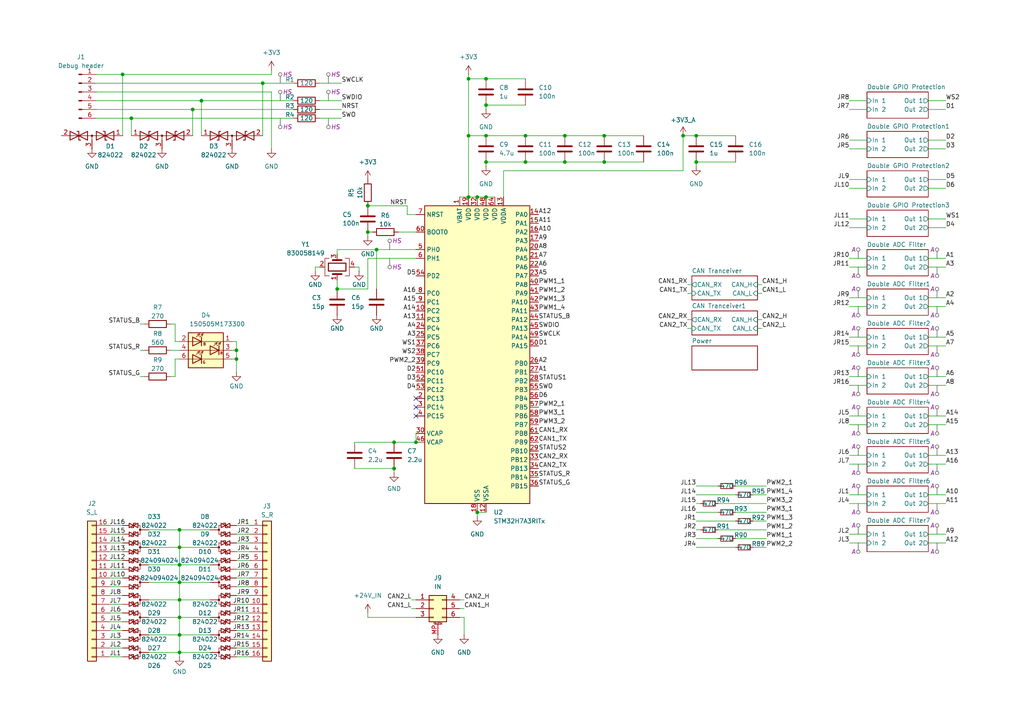
<source format=kicad_sch>
(kicad_sch
	(version 20250114)
	(generator "eeschema")
	(generator_version "9.0")
	(uuid "246a9f42-3cf4-4642-8fd8-5f1a4f99e98a")
	(paper "A4")
	
	(junction
		(at 175.26 46.99)
		(diameter 0)
		(color 0 0 0 0)
		(uuid "0faedb7e-e51b-48da-8bd5-025b23142d1c")
	)
	(junction
		(at 140.97 22.86)
		(diameter 0)
		(color 0 0 0 0)
		(uuid "13454fb4-5f89-4f6a-b18a-eab21014b15c")
	)
	(junction
		(at 175.26 39.37)
		(diameter 0)
		(color 0 0 0 0)
		(uuid "1a6a7547-d86e-4222-b743-33a9f3d82880")
	)
	(junction
		(at 163.83 46.99)
		(diameter 0)
		(color 0 0 0 0)
		(uuid "1a762ff9-8106-48dd-84f4-aae6afbae880")
	)
	(junction
		(at 138.43 148.59)
		(diameter 0)
		(color 0 0 0 0)
		(uuid "1fba0929-f8b9-421a-bc96-66efa46fcee7")
	)
	(junction
		(at 52.07 168.91)
		(diameter 0)
		(color 0 0 0 0)
		(uuid "23b7be04-5c68-4516-868c-8b71fe625f89")
	)
	(junction
		(at 201.93 46.99)
		(diameter 0)
		(color 0 0 0 0)
		(uuid "335df04d-0da4-403a-baad-635138b9b863")
	)
	(junction
		(at 97.79 83.82)
		(diameter 0)
		(color 0 0 0 0)
		(uuid "3bd341a6-e697-4382-8273-d889cde3b026")
	)
	(junction
		(at 198.12 39.37)
		(diameter 0)
		(color 0 0 0 0)
		(uuid "418fbf72-7fe7-4362-b339-9faac9196e49")
	)
	(junction
		(at 52.07 173.99)
		(diameter 0)
		(color 0 0 0 0)
		(uuid "52e1e509-07c2-413b-a9d6-7e9af1b7234c")
	)
	(junction
		(at 106.68 67.31)
		(diameter 0)
		(color 0 0 0 0)
		(uuid "583ea58c-3c4e-43a8-983c-0ef8a0e57e7f")
	)
	(junction
		(at 52.07 184.15)
		(diameter 0)
		(color 0 0 0 0)
		(uuid "5a495e8d-d559-4208-bc20-e1c29e95f13a")
	)
	(junction
		(at 68.58 104.14)
		(diameter 0)
		(color 0 0 0 0)
		(uuid "5eb79890-9b66-4a04-865c-56efe72ed92e")
	)
	(junction
		(at 152.4 39.37)
		(diameter 0)
		(color 0 0 0 0)
		(uuid "61ef05ba-1142-4079-beef-ecae7587b20e")
	)
	(junction
		(at 138.43 57.15)
		(diameter 0)
		(color 0 0 0 0)
		(uuid "63e3cc6a-c379-4c8e-823b-f48ff7360d5e")
	)
	(junction
		(at 140.97 46.99)
		(diameter 0)
		(color 0 0 0 0)
		(uuid "6ee88629-c5f7-4320-aeca-eb6d11cd4764")
	)
	(junction
		(at 135.89 39.37)
		(diameter 0)
		(color 0 0 0 0)
		(uuid "730746cf-2063-4d5d-b9e9-58b696d2d2c2")
	)
	(junction
		(at 140.97 30.48)
		(diameter 0)
		(color 0 0 0 0)
		(uuid "7459708b-7214-4244-8037-5ea7b275b617")
	)
	(junction
		(at 52.07 179.07)
		(diameter 0)
		(color 0 0 0 0)
		(uuid "7e5c391d-4bea-4d07-8cd2-411b916fbb4f")
	)
	(junction
		(at 152.4 46.99)
		(diameter 0)
		(color 0 0 0 0)
		(uuid "80a441f7-0d65-49d5-8d5f-1d4928872c19")
	)
	(junction
		(at 114.3 128.27)
		(diameter 0)
		(color 0 0 0 0)
		(uuid "8d57a956-ebb2-4a05-877b-efffffe2b3a8")
	)
	(junction
		(at 38.1 34.29)
		(diameter 0)
		(color 0 0 0 0)
		(uuid "8edd2698-ff2a-44c5-9304-e5fbc2c965d9")
	)
	(junction
		(at 135.89 57.15)
		(diameter 0)
		(color 0 0 0 0)
		(uuid "927ac146-d17f-48e6-a1b1-24c45689ca84")
	)
	(junction
		(at 68.58 101.6)
		(diameter 0)
		(color 0 0 0 0)
		(uuid "9360b0ce-e82d-4241-8108-ce2f09b1d482")
	)
	(junction
		(at 114.3 135.89)
		(diameter 0)
		(color 0 0 0 0)
		(uuid "96a78eec-d89b-446a-9d22-f333dfcd3a65")
	)
	(junction
		(at 140.97 39.37)
		(diameter 0)
		(color 0 0 0 0)
		(uuid "9938d9cd-4316-4a9c-aac1-2ca4e20d4f3a")
	)
	(junction
		(at 140.97 57.15)
		(diameter 0)
		(color 0 0 0 0)
		(uuid "ab0c9d3a-e379-4ff3-908b-8a82ee094102")
	)
	(junction
		(at 52.07 189.23)
		(diameter 0)
		(color 0 0 0 0)
		(uuid "ab6b5d88-860f-4bee-aa37-bdb154965dd2")
	)
	(junction
		(at 109.22 72.39)
		(diameter 0)
		(color 0 0 0 0)
		(uuid "af84501c-e6af-469a-939a-244d9a11864c")
	)
	(junction
		(at 163.83 39.37)
		(diameter 0)
		(color 0 0 0 0)
		(uuid "b0e8a799-3601-4749-a55c-248820c7677f")
	)
	(junction
		(at 106.68 59.69)
		(diameter 0)
		(color 0 0 0 0)
		(uuid "b1f9304b-911e-4216-bc44-2e5159140188")
	)
	(junction
		(at 135.89 22.86)
		(diameter 0)
		(color 0 0 0 0)
		(uuid "b5e6c25a-9f70-4eae-ac1d-c9cff15c522a")
	)
	(junction
		(at 52.07 163.83)
		(diameter 0)
		(color 0 0 0 0)
		(uuid "c9265e65-f904-4b21-8600-5cc88af2d39c")
	)
	(junction
		(at 52.07 153.67)
		(diameter 0)
		(color 0 0 0 0)
		(uuid "cf6eb0b8-9a3a-474c-ba2f-13fd8def0f60")
	)
	(junction
		(at 201.93 39.37)
		(diameter 0)
		(color 0 0 0 0)
		(uuid "d4de8891-e98c-47a3-84d1-0e55a4fed3c0")
	)
	(junction
		(at 35.56 21.59)
		(diameter 0)
		(color 0 0 0 0)
		(uuid "d8494cb9-6f49-4fef-bc9f-1ab01fdbb0a2")
	)
	(junction
		(at 120.65 128.27)
		(diameter 0)
		(color 0 0 0 0)
		(uuid "d9f081b5-a1c5-4d61-95e7-727613abb1e6")
	)
	(junction
		(at 58.42 29.21)
		(diameter 0)
		(color 0 0 0 0)
		(uuid "e60e70f5-7c68-49c4-afb0-d48e52b24717")
	)
	(junction
		(at 52.07 158.75)
		(diameter 0)
		(color 0 0 0 0)
		(uuid "ebd4f223-5382-429d-88b0-bfe577729178")
	)
	(junction
		(at 55.88 31.75)
		(diameter 0)
		(color 0 0 0 0)
		(uuid "f16fb3e7-6632-467a-ae51-e9b2b11712c0")
	)
	(junction
		(at 76.2 24.13)
		(diameter 0)
		(color 0 0 0 0)
		(uuid "f63c9309-2913-446e-8f26-b9b3dcfd7a63")
	)
	(no_connect
		(at 120.65 118.11)
		(uuid "34880119-e493-43f2-a6b2-72302f62cd78")
	)
	(no_connect
		(at 120.65 115.57)
		(uuid "f0296db4-27fb-43f5-be7d-df1108e4426e")
	)
	(no_connect
		(at 120.65 120.65)
		(uuid "fc2b6ed5-c232-4164-a227-8c471f13453e")
	)
	(wire
		(pts
			(xy 138.43 57.15) (xy 140.97 57.15)
		)
		(stroke
			(width 0)
			(type default)
		)
		(uuid "00c3f738-bf4c-4f5f-b968-c271d45dc3a4")
	)
	(wire
		(pts
			(xy 274.32 54.61) (xy 269.24 54.61)
		)
		(stroke
			(width 0)
			(type default)
		)
		(uuid "02c03285-7269-4e66-9f32-68dc0be415e9")
	)
	(wire
		(pts
			(xy 106.68 179.07) (xy 120.65 179.07)
		)
		(stroke
			(width 0)
			(type default)
		)
		(uuid "02e51f05-7118-489c-aef9-57d19d058f77")
	)
	(wire
		(pts
			(xy 52.07 179.07) (xy 52.07 184.15)
		)
		(stroke
			(width 0)
			(type default)
		)
		(uuid "0303d9a7-cdd9-4d63-b2aa-fe4f7e7ea423")
	)
	(wire
		(pts
			(xy 41.91 101.6) (xy 40.64 101.6)
		)
		(stroke
			(width 0)
			(type default)
		)
		(uuid "03248e5b-cd16-4773-abdd-6da714916fcb")
	)
	(wire
		(pts
			(xy 52.07 168.91) (xy 52.07 173.99)
		)
		(stroke
			(width 0)
			(type default)
		)
		(uuid "034eb1cc-3d05-4629-9ae4-4c965b9dfe1c")
	)
	(wire
		(pts
			(xy 68.58 101.6) (xy 68.58 104.14)
		)
		(stroke
			(width 0)
			(type default)
		)
		(uuid "03e863bb-f3c4-473c-bcd4-7782986c2ec5")
	)
	(wire
		(pts
			(xy 27.94 24.13) (xy 76.2 24.13)
		)
		(stroke
			(width 0)
			(type default)
		)
		(uuid "03ea955e-5bd9-43ae-8f2c-99f4e66cbacf")
	)
	(wire
		(pts
			(xy 251.46 111.76) (xy 246.38 111.76)
		)
		(stroke
			(width 0)
			(type default)
		)
		(uuid "046a9763-9a61-44d0-ab52-302689d54e11")
	)
	(wire
		(pts
			(xy 52.07 163.83) (xy 60.96 163.83)
		)
		(stroke
			(width 0)
			(type default)
		)
		(uuid "050a2432-1a86-45d8-ba1a-01f2b3da46db")
	)
	(wire
		(pts
			(xy 274.32 77.47) (xy 269.24 77.47)
		)
		(stroke
			(width 0)
			(type default)
		)
		(uuid "07019a9f-2a2e-49d0-b2ef-c049821c1410")
	)
	(wire
		(pts
			(xy 134.62 179.07) (xy 133.35 179.07)
		)
		(stroke
			(width 0)
			(type default)
		)
		(uuid "09643cf9-333b-4ecd-9673-e5039a71d6a6")
	)
	(wire
		(pts
			(xy 140.97 31.75) (xy 140.97 30.48)
		)
		(stroke
			(width 0)
			(type default)
		)
		(uuid "0c91e935-7c35-4ba0-a0b9-5beea7481d62")
	)
	(wire
		(pts
			(xy 43.18 163.83) (xy 52.07 163.83)
		)
		(stroke
			(width 0)
			(type default)
		)
		(uuid "0dad2b87-a28c-4cef-b693-980911acde13")
	)
	(wire
		(pts
			(xy 68.58 99.06) (xy 68.58 101.6)
		)
		(stroke
			(width 0)
			(type default)
		)
		(uuid "0ef91f87-b005-41d4-9291-9b0c31dea7b3")
	)
	(wire
		(pts
			(xy 135.89 57.15) (xy 138.43 57.15)
		)
		(stroke
			(width 0)
			(type default)
		)
		(uuid "0f1aaa8e-dea1-479f-abf2-070144b046c0")
	)
	(wire
		(pts
			(xy 97.79 72.39) (xy 109.22 72.39)
		)
		(stroke
			(width 0)
			(type default)
		)
		(uuid "106b7e8b-fd1a-4f46-8138-58d328fcabdf")
	)
	(wire
		(pts
			(xy 43.18 173.99) (xy 52.07 173.99)
		)
		(stroke
			(width 0)
			(type default)
		)
		(uuid "11fb9953-585f-4ec6-80de-2536179df06d")
	)
	(wire
		(pts
			(xy 107.95 67.31) (xy 106.68 67.31)
		)
		(stroke
			(width 0)
			(type default)
		)
		(uuid "136b25e0-1107-4118-8123-5a58a290dfef")
	)
	(wire
		(pts
			(xy 35.56 172.72) (xy 31.75 172.72)
		)
		(stroke
			(width 0)
			(type default)
		)
		(uuid "13aaac1d-a492-45d3-911c-7fce28cfa8d4")
	)
	(wire
		(pts
			(xy 109.22 72.39) (xy 109.22 83.82)
		)
		(stroke
			(width 0)
			(type default)
		)
		(uuid "17c30180-52bd-416a-95ab-6b50205ca129")
	)
	(wire
		(pts
			(xy 274.32 143.51) (xy 269.24 143.51)
		)
		(stroke
			(width 0)
			(type default)
		)
		(uuid "193c0b37-6765-4765-991a-614e4c170a1f")
	)
	(wire
		(pts
			(xy 106.68 59.69) (xy 118.11 59.69)
		)
		(stroke
			(width 0)
			(type default)
		)
		(uuid "1a4bbbc4-883f-4f82-9bda-429b26e0f109")
	)
	(wire
		(pts
			(xy 118.11 62.23) (xy 120.65 62.23)
		)
		(stroke
			(width 0)
			(type default)
		)
		(uuid "1ac14a14-157c-44e7-8281-0c53559e315c")
	)
	(wire
		(pts
			(xy 68.58 162.56) (xy 72.39 162.56)
		)
		(stroke
			(width 0)
			(type default)
		)
		(uuid "1b9550ed-cabf-497e-b031-055ea8245d6a")
	)
	(wire
		(pts
			(xy 50.8 93.98) (xy 49.53 93.98)
		)
		(stroke
			(width 0)
			(type default)
		)
		(uuid "1c9fc233-412c-4ff9-9e42-df40caa916e9")
	)
	(wire
		(pts
			(xy 35.56 182.88) (xy 31.75 182.88)
		)
		(stroke
			(width 0)
			(type default)
		)
		(uuid "1cbdc3bd-06be-4ae9-a8ec-31d13405ecc2")
	)
	(wire
		(pts
			(xy 50.8 104.14) (xy 52.07 104.14)
		)
		(stroke
			(width 0)
			(type default)
		)
		(uuid "1d70d4d1-bccc-46f2-b68e-f093553a5c29")
	)
	(wire
		(pts
			(xy 135.89 22.86) (xy 140.97 22.86)
		)
		(stroke
			(width 0)
			(type default)
		)
		(uuid "1d91dd9d-6e4c-4cd1-892d-047dfaffd2c5")
	)
	(wire
		(pts
			(xy 35.56 175.26) (xy 31.75 175.26)
		)
		(stroke
			(width 0)
			(type default)
		)
		(uuid "1de68078-e6ee-4922-afb9-d07ea2995d2e")
	)
	(wire
		(pts
			(xy 99.06 31.75) (xy 92.71 31.75)
		)
		(stroke
			(width 0)
			(type default)
		)
		(uuid "1e5686b1-e252-4b83-b17a-2a6e70e41ebd")
	)
	(wire
		(pts
			(xy 134.62 184.15) (xy 134.62 179.07)
		)
		(stroke
			(width 0)
			(type default)
		)
		(uuid "1fcf5cff-82c3-47de-a645-8871f29d9e99")
	)
	(wire
		(pts
			(xy 246.38 40.64) (xy 251.46 40.64)
		)
		(stroke
			(width 0)
			(type default)
		)
		(uuid "21ec9914-50de-4829-87c8-6abef0833a7f")
	)
	(wire
		(pts
			(xy 78.74 43.18) (xy 78.74 26.67)
		)
		(stroke
			(width 0)
			(type default)
		)
		(uuid "220af1a0-8d8c-4df9-8756-4f37ba351685")
	)
	(wire
		(pts
			(xy 35.56 190.5) (xy 31.75 190.5)
		)
		(stroke
			(width 0)
			(type default)
		)
		(uuid "22aa4bc2-fcc7-47eb-bbe4-9c28cdc79ce5")
	)
	(wire
		(pts
			(xy 52.07 158.75) (xy 52.07 163.83)
		)
		(stroke
			(width 0)
			(type default)
		)
		(uuid "252393ce-6cf2-49db-9cc4-ef4598708c8a")
	)
	(wire
		(pts
			(xy 201.93 148.59) (xy 208.28 148.59)
		)
		(stroke
			(width 0)
			(type default)
		)
		(uuid "27813bf6-15dd-4e7d-ac40-9336bc6e6ccd")
	)
	(wire
		(pts
			(xy 274.32 29.21) (xy 269.24 29.21)
		)
		(stroke
			(width 0)
			(type default)
		)
		(uuid "289bfa10-7205-47f0-9c63-639befda4eae")
	)
	(wire
		(pts
			(xy 201.93 140.97) (xy 208.28 140.97)
		)
		(stroke
			(width 0)
			(type default)
		)
		(uuid "2a397bf2-7b3e-4efa-ac42-77b5f3f21d4a")
	)
	(wire
		(pts
			(xy 68.58 182.88) (xy 72.39 182.88)
		)
		(stroke
			(width 0)
			(type default)
		)
		(uuid "2bf5cf48-e802-40fb-9875-afbcbbe7ce17")
	)
	(wire
		(pts
			(xy 274.32 111.76) (xy 269.24 111.76)
		)
		(stroke
			(width 0)
			(type default)
		)
		(uuid "2d8f8933-7cdd-42a6-b454-cd208c51236c")
	)
	(wire
		(pts
			(xy 175.26 46.99) (xy 186.69 46.99)
		)
		(stroke
			(width 0)
			(type default)
		)
		(uuid "2f4e5d47-367b-42ae-ba4d-9fcc1012c3de")
	)
	(wire
		(pts
			(xy 140.97 46.99) (xy 152.4 46.99)
		)
		(stroke
			(width 0)
			(type default)
		)
		(uuid "2f506071-9a44-4e48-ac76-84c9ee7d9730")
	)
	(wire
		(pts
			(xy 140.97 48.26) (xy 140.97 46.99)
		)
		(stroke
			(width 0)
			(type default)
		)
		(uuid "2fd8fc58-628c-40ce-bd40-4482fad2134f")
	)
	(wire
		(pts
			(xy 135.89 39.37) (xy 135.89 57.15)
		)
		(stroke
			(width 0)
			(type default)
		)
		(uuid "319e8e65-d0b2-4966-9880-27fca007045c")
	)
	(wire
		(pts
			(xy 114.3 137.16) (xy 114.3 135.89)
		)
		(stroke
			(width 0)
			(type default)
		)
		(uuid "3256622b-f4d0-45c0-a3d2-81698764a22d")
	)
	(wire
		(pts
			(xy 104.14 78.74) (xy 104.14 77.47)
		)
		(stroke
			(width 0)
			(type default)
		)
		(uuid "32879dfa-8f70-47fe-888e-0f8c9f7909f1")
	)
	(wire
		(pts
			(xy 68.58 172.72) (xy 72.39 172.72)
		)
		(stroke
			(width 0)
			(type default)
		)
		(uuid "349a9aee-6235-44fb-bc34-786ea4d753d8")
	)
	(wire
		(pts
			(xy 68.58 180.34) (xy 72.39 180.34)
		)
		(stroke
			(width 0)
			(type default)
		)
		(uuid "34cc20c1-2da5-4078-83b1-bfafdaadacc2")
	)
	(wire
		(pts
			(xy 146.05 49.53) (xy 146.05 57.15)
		)
		(stroke
			(width 0)
			(type default)
		)
		(uuid "34e3f1f1-2741-4dfa-af9f-c112bd474a87")
	)
	(wire
		(pts
			(xy 68.58 107.95) (xy 68.58 104.14)
		)
		(stroke
			(width 0)
			(type default)
		)
		(uuid "38a6d3bc-4ee0-4030-93d9-bf9ebfdc0db5")
	)
	(wire
		(pts
			(xy 99.06 34.29) (xy 92.71 34.29)
		)
		(stroke
			(width 0)
			(type default)
		)
		(uuid "3abf7b10-08a7-4c3a-b7bb-b15324f2507e")
	)
	(wire
		(pts
			(xy 52.07 173.99) (xy 60.96 173.99)
		)
		(stroke
			(width 0)
			(type default)
		)
		(uuid "3b38b533-37ae-4fcd-8c65-e866283e8b49")
	)
	(wire
		(pts
			(xy 99.06 29.21) (xy 92.71 29.21)
		)
		(stroke
			(width 0)
			(type default)
		)
		(uuid "3baddbc1-a075-4cea-bd14-aa6bd337112d")
	)
	(wire
		(pts
			(xy 246.38 54.61) (xy 251.46 54.61)
		)
		(stroke
			(width 0)
			(type default)
		)
		(uuid "3c4b256e-33a1-4289-8d4e-ed38ddde4477")
	)
	(wire
		(pts
			(xy 102.87 135.89) (xy 114.3 135.89)
		)
		(stroke
			(width 0)
			(type default)
		)
		(uuid "3d1479cd-ec76-4a04-8d4a-27b1bdb3a5ec")
	)
	(wire
		(pts
			(xy 68.58 170.18) (xy 72.39 170.18)
		)
		(stroke
			(width 0)
			(type default)
		)
		(uuid "3d69579b-6a03-4220-9735-861046ab3d8e")
	)
	(wire
		(pts
			(xy 68.58 167.64) (xy 72.39 167.64)
		)
		(stroke
			(width 0)
			(type default)
		)
		(uuid "3ebcc135-7723-4fba-a462-8de7c8ec416a")
	)
	(wire
		(pts
			(xy 68.58 99.06) (xy 67.31 99.06)
		)
		(stroke
			(width 0)
			(type default)
		)
		(uuid "3f98c0b4-5f38-4d2f-93a7-ba4b9193cf2c")
	)
	(wire
		(pts
			(xy 52.07 153.67) (xy 52.07 158.75)
		)
		(stroke
			(width 0)
			(type default)
		)
		(uuid "43c97b2f-c150-430a-b364-5cc9c1d03af7")
	)
	(wire
		(pts
			(xy 219.71 85.09) (xy 220.98 85.09)
		)
		(stroke
			(width 0)
			(type default)
		)
		(uuid "441334e1-2272-4037-ac0c-890e6952a4e4")
	)
	(wire
		(pts
			(xy 274.32 157.48) (xy 269.24 157.48)
		)
		(stroke
			(width 0)
			(type default)
		)
		(uuid "45bf284a-535b-4ec9-ae60-c66f9812b72a")
	)
	(wire
		(pts
			(xy 274.32 109.22) (xy 269.24 109.22)
		)
		(stroke
			(width 0)
			(type default)
		)
		(uuid "46975ee1-51b3-4808-b99c-66e549cce586")
	)
	(wire
		(pts
			(xy 140.97 39.37) (xy 152.4 39.37)
		)
		(stroke
			(width 0)
			(type default)
		)
		(uuid "4a3ddc6d-f97f-4e4d-84a7-65c21555086c")
	)
	(wire
		(pts
			(xy 138.43 148.59) (xy 140.97 148.59)
		)
		(stroke
			(width 0)
			(type default)
		)
		(uuid "4a86957c-77a0-4ce8-bf18-bf0396316997")
	)
	(wire
		(pts
			(xy 119.38 176.53) (xy 120.65 176.53)
		)
		(stroke
			(width 0)
			(type default)
		)
		(uuid "4a949536-b2bc-4b6d-b764-4ccd9f588ec5")
	)
	(wire
		(pts
			(xy 68.58 104.14) (xy 67.31 104.14)
		)
		(stroke
			(width 0)
			(type default)
		)
		(uuid "4aac2683-5ed4-46cc-8453-081a1ac1680b")
	)
	(wire
		(pts
			(xy 175.26 39.37) (xy 186.69 39.37)
		)
		(stroke
			(width 0)
			(type default)
		)
		(uuid "4ad69155-d851-4b9f-b769-fc6449b5ea3b")
	)
	(wire
		(pts
			(xy 274.32 31.75) (xy 269.24 31.75)
		)
		(stroke
			(width 0)
			(type default)
		)
		(uuid "4bb77cb6-1ef3-49ae-88a3-db535bd5a2a3")
	)
	(wire
		(pts
			(xy 27.94 31.75) (xy 55.88 31.75)
		)
		(stroke
			(width 0)
			(type default)
		)
		(uuid "4d4bceb5-f819-40a8-8953-d931043aacd5")
	)
	(wire
		(pts
			(xy 38.1 34.29) (xy 85.09 34.29)
		)
		(stroke
			(width 0)
			(type default)
		)
		(uuid "4eff0188-7af9-4831-93d1-594d41120b2c")
	)
	(wire
		(pts
			(xy 35.56 185.42) (xy 31.75 185.42)
		)
		(stroke
			(width 0)
			(type default)
		)
		(uuid "4f8baabf-a748-42f9-94b0-7b7ecf887bd7")
	)
	(wire
		(pts
			(xy 76.2 39.37) (xy 76.2 24.13)
		)
		(stroke
			(width 0)
			(type default)
		)
		(uuid "4fb98932-37d3-4ca5-b8f9-537e7b97919e")
	)
	(wire
		(pts
			(xy 199.39 92.71) (xy 200.66 92.71)
		)
		(stroke
			(width 0)
			(type default)
		)
		(uuid "54ff6277-d108-4c57-b38b-3be6b142ecd0")
	)
	(wire
		(pts
			(xy 97.79 83.82) (xy 97.79 81.28)
		)
		(stroke
			(width 0)
			(type default)
		)
		(uuid "55012540-e0d1-49fe-803e-43ed943432f8")
	)
	(wire
		(pts
			(xy 52.07 184.15) (xy 60.96 184.15)
		)
		(stroke
			(width 0)
			(type default)
		)
		(uuid "5d5e3750-e898-4850-b150-63cd526c176d")
	)
	(wire
		(pts
			(xy 115.57 67.31) (xy 120.65 67.31)
		)
		(stroke
			(width 0)
			(type default)
		)
		(uuid "5dc8ccb6-b380-481a-86fd-234533b3763b")
	)
	(wire
		(pts
			(xy 251.46 120.65) (xy 246.38 120.65)
		)
		(stroke
			(width 0)
			(type default)
		)
		(uuid "5ed822f9-eda1-4128-a33b-27d5b0ac4d39")
	)
	(wire
		(pts
			(xy 35.56 157.48) (xy 31.75 157.48)
		)
		(stroke
			(width 0)
			(type default)
		)
		(uuid "604be9eb-ac6e-43ef-90d5-2ba4f388dc9f")
	)
	(wire
		(pts
			(xy 68.58 185.42) (xy 72.39 185.42)
		)
		(stroke
			(width 0)
			(type default)
		)
		(uuid "62a7ea53-6102-441f-b8c2-4dfa0f51aefc")
	)
	(wire
		(pts
			(xy 118.11 59.69) (xy 118.11 62.23)
		)
		(stroke
			(width 0)
			(type default)
		)
		(uuid "62a8c19c-6239-49bb-818b-d4210c55ae2f")
	)
	(wire
		(pts
			(xy 208.28 146.05) (xy 222.25 146.05)
		)
		(stroke
			(width 0)
			(type default)
		)
		(uuid "62b4bdb6-3385-4f03-bad0-932054b75c33")
	)
	(wire
		(pts
			(xy 251.46 154.94) (xy 246.38 154.94)
		)
		(stroke
			(width 0)
			(type default)
		)
		(uuid "6469f810-3b99-4129-a56d-7f3d8c25572f")
	)
	(wire
		(pts
			(xy 152.4 46.99) (xy 163.83 46.99)
		)
		(stroke
			(width 0)
			(type default)
		)
		(uuid "65448fd7-81f0-497b-953b-966e3eae7d71")
	)
	(wire
		(pts
			(xy 35.56 154.94) (xy 31.75 154.94)
		)
		(stroke
			(width 0)
			(type default)
		)
		(uuid "67fff605-4247-42bf-ac0e-cb05c0ef5308")
	)
	(wire
		(pts
			(xy 35.56 152.4) (xy 31.75 152.4)
		)
		(stroke
			(width 0)
			(type default)
		)
		(uuid "684d6043-d1f4-4fb4-8b5a-712116e538cc")
	)
	(wire
		(pts
			(xy 219.71 82.55) (xy 220.98 82.55)
		)
		(stroke
			(width 0)
			(type default)
		)
		(uuid "68982d33-3348-4293-af2d-00d2bf87c31c")
	)
	(wire
		(pts
			(xy 201.93 143.51) (xy 213.36 143.51)
		)
		(stroke
			(width 0)
			(type default)
		)
		(uuid "691c34b2-0ef7-4015-8cd9-3a58612189be")
	)
	(wire
		(pts
			(xy 246.38 63.5) (xy 251.46 63.5)
		)
		(stroke
			(width 0)
			(type default)
		)
		(uuid "6967dab9-ba0f-47fa-855b-81615c3e18c1")
	)
	(wire
		(pts
			(xy 68.58 187.96) (xy 72.39 187.96)
		)
		(stroke
			(width 0)
			(type default)
		)
		(uuid "6c123143-d547-43c7-b532-11fdef114118")
	)
	(wire
		(pts
			(xy 50.8 93.98) (xy 50.8 99.06)
		)
		(stroke
			(width 0)
			(type default)
		)
		(uuid "6c9f82b9-6f57-4873-a677-22c03131d883")
	)
	(wire
		(pts
			(xy 163.83 39.37) (xy 175.26 39.37)
		)
		(stroke
			(width 0)
			(type default)
		)
		(uuid "6cbb2ae6-6394-4ff1-8b84-21e211ea8033")
	)
	(wire
		(pts
			(xy 78.74 21.59) (xy 35.56 21.59)
		)
		(stroke
			(width 0)
			(type default)
		)
		(uuid "7068abdf-11e6-40a5-8c03-913a9098550e")
	)
	(wire
		(pts
			(xy 199.39 82.55) (xy 200.66 82.55)
		)
		(stroke
			(width 0)
			(type default)
		)
		(uuid "70ce3814-2cff-48a0-bac0-a42e75589f7c")
	)
	(wire
		(pts
			(xy 52.07 189.23) (xy 60.96 189.23)
		)
		(stroke
			(width 0)
			(type default)
		)
		(uuid "71914898-0ba2-4404-89de-df20052ef202")
	)
	(wire
		(pts
			(xy 274.32 86.36) (xy 269.24 86.36)
		)
		(stroke
			(width 0)
			(type default)
		)
		(uuid "72ac8ac3-2ee2-4a8f-89be-619749f2f6bb")
	)
	(wire
		(pts
			(xy 43.18 179.07) (xy 52.07 179.07)
		)
		(stroke
			(width 0)
			(type default)
		)
		(uuid "72b08ba6-cceb-4121-b855-85b9c3ec16ab")
	)
	(wire
		(pts
			(xy 52.07 179.07) (xy 60.96 179.07)
		)
		(stroke
			(width 0)
			(type default)
		)
		(uuid "730a5782-efd0-49ce-93b3-9d85d0f5cde7")
	)
	(wire
		(pts
			(xy 274.32 40.64) (xy 269.24 40.64)
		)
		(stroke
			(width 0)
			(type default)
		)
		(uuid "73627e11-9c8b-4ee1-b325-43f6b4d13590")
	)
	(wire
		(pts
			(xy 134.62 173.99) (xy 133.35 173.99)
		)
		(stroke
			(width 0)
			(type default)
		)
		(uuid "73f4ff9b-7227-4add-9ba1-b9db6cdaeeee")
	)
	(wire
		(pts
			(xy 246.38 52.07) (xy 251.46 52.07)
		)
		(stroke
			(width 0)
			(type default)
		)
		(uuid "7445cc10-d40e-4bd6-93af-4dc1af630744")
	)
	(wire
		(pts
			(xy 35.56 165.1) (xy 31.75 165.1)
		)
		(stroke
			(width 0)
			(type default)
		)
		(uuid "7490a687-d148-4bbd-b8b5-79167fe0aa65")
	)
	(wire
		(pts
			(xy 35.56 21.59) (xy 35.56 39.37)
		)
		(stroke
			(width 0)
			(type default)
		)
		(uuid "752ab649-50ea-4ab7-bd3c-6ac87f543645")
	)
	(wire
		(pts
			(xy 251.46 123.19) (xy 246.38 123.19)
		)
		(stroke
			(width 0)
			(type default)
		)
		(uuid "762ccc46-2002-452a-9df6-c8d370519e2b")
	)
	(wire
		(pts
			(xy 274.32 146.05) (xy 269.24 146.05)
		)
		(stroke
			(width 0)
			(type default)
		)
		(uuid "795f31da-483c-4a8b-bc58-8dbc40bdb323")
	)
	(wire
		(pts
			(xy 246.38 66.04) (xy 251.46 66.04)
		)
		(stroke
			(width 0)
			(type default)
		)
		(uuid "79dffb39-7b41-4f96-ac2d-68acb3a2d83a")
	)
	(wire
		(pts
			(xy 52.07 163.83) (xy 52.07 168.91)
		)
		(stroke
			(width 0)
			(type default)
		)
		(uuid "7c8660a1-be9d-45c9-9c4a-74604763d2f0")
	)
	(wire
		(pts
			(xy 208.28 153.67) (xy 222.25 153.67)
		)
		(stroke
			(width 0)
			(type default)
		)
		(uuid "7d5418ab-b90c-4332-bcf6-7546758e86e2")
	)
	(wire
		(pts
			(xy 68.58 152.4) (xy 72.39 152.4)
		)
		(stroke
			(width 0)
			(type default)
		)
		(uuid "7d70ea47-6abf-44a1-9a41-caac30d6178e")
	)
	(wire
		(pts
			(xy 40.64 109.22) (xy 41.91 109.22)
		)
		(stroke
			(width 0)
			(type default)
		)
		(uuid "7f26ad24-d7a1-4209-9a4a-f3d0e30ab2fe")
	)
	(wire
		(pts
			(xy 135.89 39.37) (xy 140.97 39.37)
		)
		(stroke
			(width 0)
			(type default)
		)
		(uuid "80583bc6-a3de-44ce-8e05-2f0143343034")
	)
	(wire
		(pts
			(xy 198.12 39.37) (xy 201.93 39.37)
		)
		(stroke
			(width 0)
			(type default)
		)
		(uuid "81448d5b-dfec-4dd6-9703-b8e7bc0d6968")
	)
	(wire
		(pts
			(xy 274.32 100.33) (xy 269.24 100.33)
		)
		(stroke
			(width 0)
			(type default)
		)
		(uuid "81cdd66b-ac50-4c22-8442-84ce470b011d")
	)
	(wire
		(pts
			(xy 274.32 120.65) (xy 269.24 120.65)
		)
		(stroke
			(width 0)
			(type default)
		)
		(uuid "83c93ef7-e0ed-4405-bfd3-8a16d8c484bf")
	)
	(wire
		(pts
			(xy 52.07 189.23) (xy 52.07 190.5)
		)
		(stroke
			(width 0)
			(type default)
		)
		(uuid "83de6e92-5679-415c-bdc3-a3af216732b0")
	)
	(wire
		(pts
			(xy 43.18 158.75) (xy 52.07 158.75)
		)
		(stroke
			(width 0)
			(type default)
		)
		(uuid "83ec5488-fd6d-4500-9382-f1c9933ce37c")
	)
	(wire
		(pts
			(xy 274.32 154.94) (xy 269.24 154.94)
		)
		(stroke
			(width 0)
			(type default)
		)
		(uuid "868fd2cf-5015-4d5c-88aa-7feecce7fce4")
	)
	(wire
		(pts
			(xy 201.93 146.05) (xy 203.2 146.05)
		)
		(stroke
			(width 0)
			(type default)
		)
		(uuid "86ab9f9c-ae8d-4370-b7e7-d584ec3b7f91")
	)
	(wire
		(pts
			(xy 218.44 143.51) (xy 222.25 143.51)
		)
		(stroke
			(width 0)
			(type default)
		)
		(uuid "86e5eb46-e2fd-4bdb-94a2-b0c5bbc78194")
	)
	(wire
		(pts
			(xy 55.88 31.75) (xy 55.88 39.37)
		)
		(stroke
			(width 0)
			(type default)
		)
		(uuid "86f7d94b-d59e-44e2-8748-6e667f4aef64")
	)
	(wire
		(pts
			(xy 38.1 34.29) (xy 38.1 39.37)
		)
		(stroke
			(width 0)
			(type default)
		)
		(uuid "8749140a-9a28-472f-91fe-5493c58f3fec")
	)
	(wire
		(pts
			(xy 201.93 153.67) (xy 203.2 153.67)
		)
		(stroke
			(width 0)
			(type default)
		)
		(uuid "875a579e-94ac-4d7e-b180-366bcd48849e")
	)
	(wire
		(pts
			(xy 78.74 21.59) (xy 78.74 20.32)
		)
		(stroke
			(width 0)
			(type default)
		)
		(uuid "890723ea-bebb-439f-958d-a064d09aa7e1")
	)
	(wire
		(pts
			(xy 27.94 29.21) (xy 58.42 29.21)
		)
		(stroke
			(width 0)
			(type default)
		)
		(uuid "8a16a9d5-a8d0-41a3-adbe-a5c41b7ec656")
	)
	(wire
		(pts
			(xy 251.46 88.9) (xy 246.38 88.9)
		)
		(stroke
			(width 0)
			(type default)
		)
		(uuid "8b50ba3a-36d1-4fca-a044-476bf9c55a0e")
	)
	(wire
		(pts
			(xy 274.32 88.9) (xy 269.24 88.9)
		)
		(stroke
			(width 0)
			(type default)
		)
		(uuid "8e54bae6-310e-49df-b241-930d37c9dfbf")
	)
	(wire
		(pts
			(xy 68.58 160.02) (xy 72.39 160.02)
		)
		(stroke
			(width 0)
			(type default)
		)
		(uuid "8fdd6b36-f07a-4c7c-9f31-27bd6d2342ff")
	)
	(wire
		(pts
			(xy 163.83 46.99) (xy 175.26 46.99)
		)
		(stroke
			(width 0)
			(type default)
		)
		(uuid "96b0d394-0b88-45c1-8172-1431dd192851")
	)
	(wire
		(pts
			(xy 201.93 158.75) (xy 213.36 158.75)
		)
		(stroke
			(width 0)
			(type default)
		)
		(uuid "96cb5a8b-23f4-4afa-80b3-5f3114ae5a5f")
	)
	(wire
		(pts
			(xy 104.14 77.47) (xy 102.87 77.47)
		)
		(stroke
			(width 0)
			(type default)
		)
		(uuid "97d90ea5-9485-4e12-927b-8b686691137f")
	)
	(wire
		(pts
			(xy 251.46 74.93) (xy 246.38 74.93)
		)
		(stroke
			(width 0)
			(type default)
		)
		(uuid "9b43fe9f-0fa6-4f3a-bb06-6f7c0396d50b")
	)
	(wire
		(pts
			(xy 213.36 148.59) (xy 222.25 148.59)
		)
		(stroke
			(width 0)
			(type default)
		)
		(uuid "9c752ab3-b32f-4843-9b3f-33023126509b")
	)
	(wire
		(pts
			(xy 68.58 175.26) (xy 72.39 175.26)
		)
		(stroke
			(width 0)
			(type default)
		)
		(uuid "9e1f8b85-7eb5-403f-b3ab-27ff31019d3f")
	)
	(wire
		(pts
			(xy 213.36 140.97) (xy 222.25 140.97)
		)
		(stroke
			(width 0)
			(type default)
		)
		(uuid "9e3c9df4-cb29-4259-8fa1-90f7c8f6ddd9")
	)
	(wire
		(pts
			(xy 201.93 156.21) (xy 208.28 156.21)
		)
		(stroke
			(width 0)
			(type default)
		)
		(uuid "9ed7946d-1166-464e-a5f6-85ea36bb63a8")
	)
	(wire
		(pts
			(xy 35.56 187.96) (xy 31.75 187.96)
		)
		(stroke
			(width 0)
			(type default)
		)
		(uuid "9f0a2609-5353-4c0c-a8ce-5203e4952f1a")
	)
	(wire
		(pts
			(xy 251.46 109.22) (xy 246.38 109.22)
		)
		(stroke
			(width 0)
			(type default)
		)
		(uuid "9f33ddaa-2e7e-4540-b4cb-9f80b3769576")
	)
	(wire
		(pts
			(xy 269.24 63.5) (xy 274.32 63.5)
		)
		(stroke
			(width 0)
			(type default)
		)
		(uuid "9f37bf6f-a3c8-4f77-9658-aa0114f771d2")
	)
	(wire
		(pts
			(xy 246.38 31.75) (xy 251.46 31.75)
		)
		(stroke
			(width 0)
			(type default)
		)
		(uuid "a02c86dc-a145-4ecd-a802-3080febbafee")
	)
	(wire
		(pts
			(xy 201.93 39.37) (xy 213.36 39.37)
		)
		(stroke
			(width 0)
			(type default)
		)
		(uuid "a11e87fc-d7eb-4d8c-94a3-a153d319a5b6")
	)
	(wire
		(pts
			(xy 35.56 21.59) (xy 27.94 21.59)
		)
		(stroke
			(width 0)
			(type default)
		)
		(uuid "a1adc057-6535-4793-8d8d-7c3137110326")
	)
	(wire
		(pts
			(xy 120.65 128.27) (xy 114.3 128.27)
		)
		(stroke
			(width 0)
			(type default)
		)
		(uuid "a374cc97-25dd-4c87-880b-3dd7be297b6e")
	)
	(wire
		(pts
			(xy 140.97 30.48) (xy 152.4 30.48)
		)
		(stroke
			(width 0)
			(type default)
		)
		(uuid "a45c0936-d61e-4288-9da7-30478b873d2d")
	)
	(wire
		(pts
			(xy 68.58 157.48) (xy 72.39 157.48)
		)
		(stroke
			(width 0)
			(type default)
		)
		(uuid "a5683189-69dd-453e-8098-d51185062a7c")
	)
	(wire
		(pts
			(xy 251.46 146.05) (xy 246.38 146.05)
		)
		(stroke
			(width 0)
			(type default)
		)
		(uuid "a7414dbe-241f-4952-96f9-d0e16962052d")
	)
	(wire
		(pts
			(xy 41.91 93.98) (xy 40.64 93.98)
		)
		(stroke
			(width 0)
			(type default)
		)
		(uuid "a89fdb22-79a2-485c-b983-d7dc8201ef62")
	)
	(wire
		(pts
			(xy 52.07 158.75) (xy 60.96 158.75)
		)
		(stroke
			(width 0)
			(type default)
		)
		(uuid "a8d1d868-1344-4d2a-a953-d212f01462d5")
	)
	(wire
		(pts
			(xy 201.93 48.26) (xy 201.93 46.99)
		)
		(stroke
			(width 0)
			(type default)
		)
		(uuid "aa4120b2-574b-4f0d-a6c9-f6d2a996df84")
	)
	(wire
		(pts
			(xy 134.62 176.53) (xy 133.35 176.53)
		)
		(stroke
			(width 0)
			(type default)
		)
		(uuid "aa84cfb4-0e65-4872-9a55-05689295f5ec")
	)
	(wire
		(pts
			(xy 219.71 95.25) (xy 220.98 95.25)
		)
		(stroke
			(width 0)
			(type default)
		)
		(uuid "ac8a55cc-d8f3-4eeb-a00e-b8d467b86c7f")
	)
	(wire
		(pts
			(xy 251.46 77.47) (xy 246.38 77.47)
		)
		(stroke
			(width 0)
			(type default)
		)
		(uuid "acf8058c-9b24-4649-bc0b-3ca5d3fc4126")
	)
	(wire
		(pts
			(xy 219.71 92.71) (xy 220.98 92.71)
		)
		(stroke
			(width 0)
			(type default)
		)
		(uuid "ae74f47d-71ff-4c89-84d0-becc91d000c5")
	)
	(wire
		(pts
			(xy 35.56 167.64) (xy 31.75 167.64)
		)
		(stroke
			(width 0)
			(type default)
		)
		(uuid "aed847a5-e945-4b29-af4b-a981064b473c")
	)
	(wire
		(pts
			(xy 55.88 31.75) (xy 85.09 31.75)
		)
		(stroke
			(width 0)
			(type default)
		)
		(uuid "b05434ab-d577-46e8-a801-a2c77f9984e9")
	)
	(wire
		(pts
			(xy 43.18 184.15) (xy 52.07 184.15)
		)
		(stroke
			(width 0)
			(type default)
		)
		(uuid "b12f461e-9723-431c-affd-b99fbc8e8426")
	)
	(wire
		(pts
			(xy 91.44 77.47) (xy 91.44 78.74)
		)
		(stroke
			(width 0)
			(type default)
		)
		(uuid "b17c6ac8-cf4d-4d6d-8cad-9643d8e7a227")
	)
	(wire
		(pts
			(xy 52.07 168.91) (xy 60.96 168.91)
		)
		(stroke
			(width 0)
			(type default)
		)
		(uuid "b3340d8e-a6d5-4752-8405-be3855bf2dca")
	)
	(wire
		(pts
			(xy 201.93 151.13) (xy 213.36 151.13)
		)
		(stroke
			(width 0)
			(type default)
		)
		(uuid "b3c9c305-7d93-4cc3-993a-fa8d03372094")
	)
	(wire
		(pts
			(xy 68.58 177.8) (xy 72.39 177.8)
		)
		(stroke
			(width 0)
			(type default)
		)
		(uuid "b4cca263-13b6-4139-8a4d-48cf62a928e3")
	)
	(wire
		(pts
			(xy 68.58 190.5) (xy 72.39 190.5)
		)
		(stroke
			(width 0)
			(type default)
		)
		(uuid "b4ed1bc8-bf43-40f0-9393-4cf4f283b3ec")
	)
	(wire
		(pts
			(xy 91.44 77.47) (xy 92.71 77.47)
		)
		(stroke
			(width 0)
			(type default)
		)
		(uuid "b5075339-4ce0-4208-916b-2031809f36f7")
	)
	(wire
		(pts
			(xy 35.56 177.8) (xy 31.75 177.8)
		)
		(stroke
			(width 0)
			(type default)
		)
		(uuid "b5137006-1994-49ef-848a-bee393b74352")
	)
	(wire
		(pts
			(xy 120.65 125.73) (xy 120.65 128.27)
		)
		(stroke
			(width 0)
			(type default)
		)
		(uuid "b53b8d91-fb81-4e3a-8522-2c577a5dac9f")
	)
	(wire
		(pts
			(xy 251.46 132.08) (xy 246.38 132.08)
		)
		(stroke
			(width 0)
			(type default)
		)
		(uuid "b6ad8054-77e2-4d88-8489-f4b7e52acf1c")
	)
	(wire
		(pts
			(xy 43.18 189.23) (xy 52.07 189.23)
		)
		(stroke
			(width 0)
			(type default)
		)
		(uuid "b80ef5e3-8155-4fe2-b22b-86672ca6b290")
	)
	(wire
		(pts
			(xy 274.32 132.08) (xy 269.24 132.08)
		)
		(stroke
			(width 0)
			(type default)
		)
		(uuid "ba806781-cf5d-46a8-9f32-5bf0f4d249d6")
	)
	(wire
		(pts
			(xy 251.46 157.48) (xy 246.38 157.48)
		)
		(stroke
			(width 0)
			(type default)
		)
		(uuid "bab79d67-f408-4b71-9cef-46860a763f65")
	)
	(wire
		(pts
			(xy 43.18 168.91) (xy 52.07 168.91)
		)
		(stroke
			(width 0)
			(type default)
		)
		(uuid "bc716928-2ac4-4f5c-8048-eddc63f8d43a")
	)
	(wire
		(pts
			(xy 120.65 74.93) (xy 106.68 74.93)
		)
		(stroke
			(width 0)
			(type default)
		)
		(uuid "bfc738d4-1aa9-45ec-b23a-293b4a9d1b1b")
	)
	(wire
		(pts
			(xy 49.53 101.6) (xy 52.07 101.6)
		)
		(stroke
			(width 0)
			(type default)
		)
		(uuid "c01570b2-2bc4-441b-b514-90a758e36d32")
	)
	(wire
		(pts
			(xy 58.42 29.21) (xy 85.09 29.21)
		)
		(stroke
			(width 0)
			(type default)
		)
		(uuid "c136fe36-f55b-4c57-93e8-23080a96af68")
	)
	(wire
		(pts
			(xy 50.8 104.14) (xy 50.8 109.22)
		)
		(stroke
			(width 0)
			(type default)
		)
		(uuid "c1ea40cd-b3fd-4bf7-a3c5-de726b178aa1")
	)
	(wire
		(pts
			(xy 246.38 29.21) (xy 251.46 29.21)
		)
		(stroke
			(width 0)
			(type default)
		)
		(uuid "c20838dd-6ad4-48d9-9ab0-8a3fd64d8d46")
	)
	(wire
		(pts
			(xy 50.8 99.06) (xy 52.07 99.06)
		)
		(stroke
			(width 0)
			(type default)
		)
		(uuid "c212662d-e308-4317-adbc-3723a8f20f89")
	)
	(wire
		(pts
			(xy 135.89 22.86) (xy 135.89 39.37)
		)
		(stroke
			(width 0)
			(type default)
		)
		(uuid "c255969b-2052-4068-a320-f2f84adc0aa2")
	)
	(wire
		(pts
			(xy 138.43 149.86) (xy 138.43 148.59)
		)
		(stroke
			(width 0)
			(type default)
		)
		(uuid "c25f4a27-6c4f-435d-9652-ae5bb5ff0ba2")
	)
	(wire
		(pts
			(xy 274.32 97.79) (xy 269.24 97.79)
		)
		(stroke
			(width 0)
			(type default)
		)
		(uuid "c2a964c8-dc54-44d0-893a-1c45a25f3074")
	)
	(wire
		(pts
			(xy 76.2 24.13) (xy 85.09 24.13)
		)
		(stroke
			(width 0)
			(type default)
		)
		(uuid "c2dd9b1e-5f00-412b-8bf8-25d2de3fc324")
	)
	(wire
		(pts
			(xy 119.38 173.99) (xy 120.65 173.99)
		)
		(stroke
			(width 0)
			(type default)
		)
		(uuid "c6caca7e-b69f-4cbf-956c-650aaa9445d0")
	)
	(wire
		(pts
			(xy 67.31 101.6) (xy 68.58 101.6)
		)
		(stroke
			(width 0)
			(type default)
		)
		(uuid "c6e7eaf1-5c10-42b0-bf4b-2e55bb146523")
	)
	(wire
		(pts
			(xy 52.07 184.15) (xy 52.07 189.23)
		)
		(stroke
			(width 0)
			(type default)
		)
		(uuid "c6ea2468-393d-4391-be7f-8b15efe4f50e")
	)
	(wire
		(pts
			(xy 102.87 128.27) (xy 114.3 128.27)
		)
		(stroke
			(width 0)
			(type default)
		)
		(uuid "c87eb1ca-b1da-4803-82d8-0aec24c02de5")
	)
	(wire
		(pts
			(xy 58.42 29.21) (xy 58.42 39.37)
		)
		(stroke
			(width 0)
			(type default)
		)
		(uuid "c903b747-204e-4d45-b82c-7145e133791c")
	)
	(wire
		(pts
			(xy 97.79 73.66) (xy 97.79 72.39)
		)
		(stroke
			(width 0)
			(type default)
		)
		(uuid "c9839c65-7f9a-4815-a021-f99c2f5be2a9")
	)
	(wire
		(pts
			(xy 152.4 39.37) (xy 163.83 39.37)
		)
		(stroke
			(width 0)
			(type default)
		)
		(uuid "c98a6e3e-b773-45b0-86ba-f8d0fe0e52f4")
	)
	(wire
		(pts
			(xy 146.05 49.53) (xy 198.12 49.53)
		)
		(stroke
			(width 0)
			(type default)
		)
		(uuid "cd82ef2b-f6e6-42de-adde-85d6bc284810")
	)
	(wire
		(pts
			(xy 78.74 26.67) (xy 27.94 26.67)
		)
		(stroke
			(width 0)
			(type default)
		)
		(uuid "cf1b5fed-9d72-4810-ab33-b1f061044d67")
	)
	(wire
		(pts
			(xy 251.46 97.79) (xy 246.38 97.79)
		)
		(stroke
			(width 0)
			(type default)
		)
		(uuid "cfbf41ef-e899-4ea7-b91c-afeaa54d9a0c")
	)
	(wire
		(pts
			(xy 68.58 154.94) (xy 72.39 154.94)
		)
		(stroke
			(width 0)
			(type default)
		)
		(uuid "d10ca648-f242-4443-9df1-2a6292f0ece6")
	)
	(wire
		(pts
			(xy 213.36 156.21) (xy 222.25 156.21)
		)
		(stroke
			(width 0)
			(type default)
		)
		(uuid "d1651d9b-2485-4e2e-99bf-918c8b855410")
	)
	(wire
		(pts
			(xy 251.46 100.33) (xy 246.38 100.33)
		)
		(stroke
			(width 0)
			(type default)
		)
		(uuid "d479382c-a55f-4985-973f-1d3cfe0b48a9")
	)
	(wire
		(pts
			(xy 251.46 86.36) (xy 246.38 86.36)
		)
		(stroke
			(width 0)
			(type default)
		)
		(uuid "d4ec97fe-2b5c-4b1a-b6b7-ef9a32b92434")
	)
	(wire
		(pts
			(xy 68.58 165.1) (xy 72.39 165.1)
		)
		(stroke
			(width 0)
			(type default)
		)
		(uuid "d63ea4fc-dfcc-484b-bb59-cf59e907eda5")
	)
	(wire
		(pts
			(xy 274.32 134.62) (xy 269.24 134.62)
		)
		(stroke
			(width 0)
			(type default)
		)
		(uuid "d651dbd1-b917-4538-9aba-380f22fbdc5b")
	)
	(wire
		(pts
			(xy 35.56 180.34) (xy 31.75 180.34)
		)
		(stroke
			(width 0)
			(type default)
		)
		(uuid "d65be5e9-8987-44ba-973d-e58bd0111bb9")
	)
	(wire
		(pts
			(xy 218.44 158.75) (xy 222.25 158.75)
		)
		(stroke
			(width 0)
			(type default)
		)
		(uuid "d662e3e3-9a74-409e-9599-2169f10ae500")
	)
	(wire
		(pts
			(xy 274.32 52.07) (xy 269.24 52.07)
		)
		(stroke
			(width 0)
			(type default)
		)
		(uuid "d75dd49c-09f2-4cc8-b88f-afad37d5517d")
	)
	(wire
		(pts
			(xy 106.68 67.31) (xy 106.68 68.58)
		)
		(stroke
			(width 0)
			(type default)
		)
		(uuid "d80157ec-defe-476c-b96d-73bce8f6295c")
	)
	(wire
		(pts
			(xy 274.32 123.19) (xy 269.24 123.19)
		)
		(stroke
			(width 0)
			(type default)
		)
		(uuid "d951e89a-0def-42ae-aa7f-b3eef5b93488")
	)
	(wire
		(pts
			(xy 35.56 160.02) (xy 31.75 160.02)
		)
		(stroke
			(width 0)
			(type default)
		)
		(uuid "d9af966c-c3d1-4719-9ba7-8420ded832ee")
	)
	(wire
		(pts
			(xy 99.06 24.13) (xy 92.71 24.13)
		)
		(stroke
			(width 0)
			(type default)
		)
		(uuid "da1d4f75-ad07-475b-9186-c102e6f2fb8f")
	)
	(wire
		(pts
			(xy 199.39 85.09) (xy 200.66 85.09)
		)
		(stroke
			(width 0)
			(type default)
		)
		(uuid "da73d747-c19f-4834-ac18-c934756df440")
	)
	(wire
		(pts
			(xy 60.96 153.67) (xy 52.07 153.67)
		)
		(stroke
			(width 0)
			(type default)
		)
		(uuid "da824590-8190-4e02-9c48-1969ffa51da8")
	)
	(wire
		(pts
			(xy 274.32 43.18) (xy 269.24 43.18)
		)
		(stroke
			(width 0)
			(type default)
		)
		(uuid "dae65c96-0942-45a5-8215-500290a0c568")
	)
	(wire
		(pts
			(xy 52.07 173.99) (xy 52.07 179.07)
		)
		(stroke
			(width 0)
			(type default)
		)
		(uuid "db2ef4b1-0e74-4d04-9a82-bc428a3e91e5")
	)
	(wire
		(pts
			(xy 43.18 153.67) (xy 52.07 153.67)
		)
		(stroke
			(width 0)
			(type default)
		)
		(uuid "db910aa5-19a2-4b62-b60e-a40313fa2b1d")
	)
	(wire
		(pts
			(xy 35.56 170.18) (xy 31.75 170.18)
		)
		(stroke
			(width 0)
			(type default)
		)
		(uuid "de48397a-27dc-4d60-b050-09b904af5878")
	)
	(wire
		(pts
			(xy 274.32 66.04) (xy 269.24 66.04)
		)
		(stroke
			(width 0)
			(type default)
		)
		(uuid "e1403582-5e4d-4ac7-a7f5-33642f197dc0")
	)
	(wire
		(pts
			(xy 106.68 177.8) (xy 106.68 179.07)
		)
		(stroke
			(width 0)
			(type default)
		)
		(uuid "e2a1f00d-dea0-4b91-9246-3d2a81b7cc5d")
	)
	(wire
		(pts
			(xy 27.94 34.29) (xy 38.1 34.29)
		)
		(stroke
			(width 0)
			(type default)
		)
		(uuid "e38369a3-419a-4627-989a-7b024e6c5190")
	)
	(wire
		(pts
			(xy 274.32 74.93) (xy 269.24 74.93)
		)
		(stroke
			(width 0)
			(type default)
		)
		(uuid "e6673738-e87a-4546-9aaa-e3bce7192fb4")
	)
	(wire
		(pts
			(xy 246.38 43.18) (xy 251.46 43.18)
		)
		(stroke
			(width 0)
			(type default)
		)
		(uuid "e7c502b7-55ff-4acc-ad34-b4c4baf47062")
	)
	(wire
		(pts
			(xy 35.56 162.56) (xy 31.75 162.56)
		)
		(stroke
			(width 0)
			(type default)
		)
		(uuid "eacc46e6-fcd5-4239-8f52-3f2a4a4f21f2")
	)
	(wire
		(pts
			(xy 106.68 83.82) (xy 97.79 83.82)
		)
		(stroke
			(width 0)
			(type default)
		)
		(uuid "eb72377e-575b-4946-9323-38cd344f6043")
	)
	(wire
		(pts
			(xy 199.39 95.25) (xy 200.66 95.25)
		)
		(stroke
			(width 0)
			(type default)
		)
		(uuid "ec1fdf05-bf68-41d8-bdc8-45b3f98b4014")
	)
	(wire
		(pts
			(xy 218.44 151.13) (xy 222.25 151.13)
		)
		(stroke
			(width 0)
			(type default)
		)
		(uuid "ec7b62d2-06f5-4f7d-a78d-a4a7d80362b7")
	)
	(wire
		(pts
			(xy 106.68 74.93) (xy 106.68 83.82)
		)
		(stroke
			(width 0)
			(type default)
		)
		(uuid "ed2f3586-bb7c-453a-9121-f974d798b9e5")
	)
	(wire
		(pts
			(xy 251.46 143.51) (xy 246.38 143.51)
		)
		(stroke
			(width 0)
			(type default)
		)
		(uuid "f0e95b1e-99d2-4e88-8128-207b266b0f57")
	)
	(wire
		(pts
			(xy 133.35 57.15) (xy 135.89 57.15)
		)
		(stroke
			(width 0)
			(type default)
		)
		(uuid "f4f1af63-a322-411c-bb63-1650cbe15189")
	)
	(wire
		(pts
			(xy 50.8 109.22) (xy 49.53 109.22)
		)
		(stroke
			(width 0)
			(type default)
		)
		(uuid "f501c804-5a2e-489a-a85c-be399912cd57")
	)
	(wire
		(pts
			(xy 140.97 22.86) (xy 152.4 22.86)
		)
		(stroke
			(width 0)
			(type default)
		)
		(uuid "f519963a-2055-430b-b1a1-b5ee425a1a80")
	)
	(wire
		(pts
			(xy 198.12 39.37) (xy 198.12 49.53)
		)
		(stroke
			(width 0)
			(type default)
		)
		(uuid "faeed5e9-c5bd-42f1-9948-866abb5492f7")
	)
	(wire
		(pts
			(xy 201.93 46.99) (xy 213.36 46.99)
		)
		(stroke
			(width 0)
			(type default)
		)
		(uuid "fbde6e07-d5bc-4df6-9765-65c754ba5fa4")
	)
	(wire
		(pts
			(xy 109.22 72.39) (xy 120.65 72.39)
		)
		(stroke
			(width 0)
			(type default)
		)
		(uuid "fcc0d9cb-0212-4759-bbd1-9ca0bd9f2f97")
	)
	(wire
		(pts
			(xy 140.97 57.15) (xy 143.51 57.15)
		)
		(stroke
			(width 0)
			(type default)
		)
		(uuid "fdf0331b-addd-4dd4-b182-f5137aa91e7c")
	)
	(wire
		(pts
			(xy 251.46 134.62) (xy 246.38 134.62)
		)
		(stroke
			(width 0)
			(type default)
		)
		(uuid "feabd825-0206-48cd-bf5c-9453bac2d45f")
	)
	(wire
		(pts
			(xy 135.89 21.59) (xy 135.89 22.86)
		)
		(stroke
			(width 0)
			(type default)
		)
		(uuid "fec0ac8b-d45e-4d2b-aeaa-9edea36fc691")
	)
	(label "JL8"
		(at 246.38 123.19 180)
		(effects
			(font
				(size 1.27 1.27)
			)
			(justify right bottom)
		)
		(uuid "017e6d9b-89ba-42d2-b280-b86d676b9239")
	)
	(label "JL16"
		(at 201.93 148.59 180)
		(effects
			(font
				(size 1.27 1.27)
			)
			(justify right bottom)
		)
		(uuid "018c714c-2d6b-4b92-b7bf-7ebd1ed0e13b")
	)
	(label "JL6"
		(at 246.38 132.08 180)
		(effects
			(font
				(size 1.27 1.27)
			)
			(justify right bottom)
		)
		(uuid "0221497e-42f9-4437-bdff-38dce3eb5522")
	)
	(label "JR12"
		(at 72.39 180.34 180)
		(effects
			(font
				(size 1.27 1.27)
			)
			(justify right bottom)
		)
		(uuid "04016289-47f3-4b01-bfea-c9178982d1ab")
	)
	(label "D6"
		(at 274.32 54.61 0)
		(effects
			(font
				(size 1.27 1.27)
			)
			(justify left bottom)
		)
		(uuid "04bf1a9c-9f47-487c-b26f-0cb8491faa89")
	)
	(label "JR5"
		(at 72.39 162.56 180)
		(effects
			(font
				(size 1.27 1.27)
			)
			(justify right bottom)
		)
		(uuid "05c654d6-85ce-4b58-8e84-c9c62f5f5ecd")
	)
	(label "A7"
		(at 156.21 74.93 0)
		(effects
			(font
				(size 1.27 1.27)
			)
			(justify left bottom)
		)
		(uuid "05db2d36-2d89-40b1-a84f-8cea7f55512e")
	)
	(label "A6"
		(at 156.21 77.47 0)
		(effects
			(font
				(size 1.27 1.27)
			)
			(justify left bottom)
		)
		(uuid "0aeb9e09-c893-49af-ac76-6963531b1017")
	)
	(label "A9"
		(at 274.32 154.94 0)
		(effects
			(font
				(size 1.27 1.27)
			)
			(justify left bottom)
		)
		(uuid "0d743085-5092-400b-80a7-b2614729a17b")
	)
	(label "PWM1_3"
		(at 222.25 151.13 0)
		(effects
			(font
				(size 1.27 1.27)
			)
			(justify left bottom)
		)
		(uuid "1408dc5b-1106-4ab5-94b5-76fc96d2cb56")
	)
	(label "D3"
		(at 274.32 43.18 0)
		(effects
			(font
				(size 1.27 1.27)
			)
			(justify left bottom)
		)
		(uuid "173e85d2-506e-4ba7-9231-112371581b56")
	)
	(label "JL9"
		(at 246.38 52.07 180)
		(effects
			(font
				(size 1.27 1.27)
			)
			(justify right bottom)
		)
		(uuid "1743824c-9311-4164-94e8-31ed376f79c5")
	)
	(label "JL13"
		(at 201.93 140.97 180)
		(effects
			(font
				(size 1.27 1.27)
			)
			(justify right bottom)
		)
		(uuid "199775b0-3180-4a5f-b2e6-015ec9a8df1d")
	)
	(label "JL12"
		(at 246.38 66.04 180)
		(effects
			(font
				(size 1.27 1.27)
			)
			(justify right bottom)
		)
		(uuid "19b15a7b-3511-4940-b24e-b4165b0b322f")
	)
	(label "WS2"
		(at 274.32 29.21 0)
		(effects
			(font
				(size 1.27 1.27)
			)
			(justify left bottom)
		)
		(uuid "1b8d65b4-c57e-4880-b57a-c47f9861cdef")
	)
	(label "JR9"
		(at 246.38 86.36 180)
		(effects
			(font
				(size 1.27 1.27)
			)
			(justify right bottom)
		)
		(uuid "1d518d0c-f80c-4e17-9ae1-2cccb0ccbf75")
	)
	(label "JR2"
		(at 72.39 154.94 180)
		(effects
			(font
				(size 1.27 1.27)
			)
			(justify right bottom)
		)
		(uuid "1e3a1f07-7aa5-473a-b23f-712935a6c118")
	)
	(label "A8"
		(at 156.21 72.39 0)
		(effects
			(font
				(size 1.27 1.27)
			)
			(justify left bottom)
		)
		(uuid "1fd0f504-bea0-4937-826f-b54c900f058d")
	)
	(label "JR2"
		(at 201.93 153.67 180)
		(effects
			(font
				(size 1.27 1.27)
			)
			(justify right bottom)
		)
		(uuid "21c783f7-1d2e-447f-974b-8a781551b98c")
	)
	(label "A11"
		(at 156.21 64.77 0)
		(effects
			(font
				(size 1.27 1.27)
			)
			(justify left bottom)
		)
		(uuid "2230a130-ca6b-4d9c-9ed8-162a44e97231")
	)
	(label "A2"
		(at 274.32 86.36 0)
		(effects
			(font
				(size 1.27 1.27)
			)
			(justify left bottom)
		)
		(uuid "23e5c13a-bbbf-46ce-8d42-6753b5da9ac6")
	)
	(label "A11"
		(at 274.32 146.05 0)
		(effects
			(font
				(size 1.27 1.27)
			)
			(justify left bottom)
		)
		(uuid "26767c29-f8a3-4b99-bb59-4677d14d7667")
	)
	(label "JL10"
		(at 31.75 167.64 0)
		(effects
			(font
				(size 1.27 1.27)
			)
			(justify left bottom)
		)
		(uuid "267da8b7-3ec8-4629-88b9-3ee6b44cf0e3")
	)
	(label "PWM1_1"
		(at 222.25 156.21 0)
		(effects
			(font
				(size 1.27 1.27)
			)
			(justify left bottom)
		)
		(uuid "26ebf778-f04b-4cfb-accc-1912d75bd0e3")
	)
	(label "JL12"
		(at 31.75 162.56 0)
		(effects
			(font
				(size 1.27 1.27)
			)
			(justify left bottom)
		)
		(uuid "27fa5076-06df-49f8-b558-41ee6335aaa9")
	)
	(label "PWM1_4"
		(at 156.21 90.17 0)
		(effects
			(font
				(size 1.27 1.27)
			)
			(justify left bottom)
		)
		(uuid "2998d143-550d-4dfc-8745-16711230d288")
	)
	(label "A10"
		(at 156.21 67.31 0)
		(effects
			(font
				(size 1.27 1.27)
			)
			(justify left bottom)
		)
		(uuid "2b807a48-2b75-4af8-8e00-335d3bf9fc6d")
	)
	(label "JR10"
		(at 246.38 74.93 180)
		(effects
			(font
				(size 1.27 1.27)
			)
			(justify right bottom)
		)
		(uuid "317ad474-cb9e-4419-952a-7381d27c26f6")
	)
	(label "A3"
		(at 120.65 97.79 180)
		(effects
			(font
				(size 1.27 1.27)
			)
			(justify right bottom)
		)
		(uuid "32476880-7c0b-4da6-b07f-8bd124585f12")
	)
	(label "JL2"
		(at 246.38 154.94 180)
		(effects
			(font
				(size 1.27 1.27)
			)
			(justify right bottom)
		)
		(uuid "334dbac2-ce62-43fb-8e5b-6c3bc85df0c8")
	)
	(label "PWM1_2"
		(at 222.25 153.67 0)
		(effects
			(font
				(size 1.27 1.27)
			)
			(justify left bottom)
		)
		(uuid "33e32a25-6eae-4714-bedb-1f8f246df2f8")
	)
	(label "CAN1_H"
		(at 134.62 176.53 0)
		(effects
			(font
				(size 1.27 1.27)
			)
			(justify left bottom)
		)
		(uuid "33e6d50f-af6f-45b0-84dc-3a707f56149b")
	)
	(label "PWM2_1"
		(at 156.21 118.11 0)
		(effects
			(font
				(size 1.27 1.27)
			)
			(justify left bottom)
		)
		(uuid "355de0ee-2b17-4f8e-aca9-3b493ecb3aa4")
	)
	(label "CAN2_L"
		(at 220.98 95.25 0)
		(effects
			(font
				(size 1.27 1.27)
			)
			(justify left bottom)
		)
		(uuid "3781e626-6059-4422-95f9-d748befb04da")
	)
	(label "JR15"
		(at 72.39 187.96 180)
		(effects
			(font
				(size 1.27 1.27)
			)
			(justify right bottom)
		)
		(uuid "37fa53fe-ac59-43e9-b1cc-c6318ab5ddc4")
	)
	(label "SWCLK"
		(at 99.06 24.13 0)
		(effects
			(font
				(size 1.27 1.27)
			)
			(justify left bottom)
		)
		(uuid "39be2cf8-af63-46ba-b94b-d00b70ca5c94")
	)
	(label "NRST"
		(at 118.11 59.69 180)
		(effects
			(font
				(size 1.27 1.27)
			)
			(justify right bottom)
		)
		(uuid "3a0337b7-f8a0-4112-97ab-f0e140b88925")
	)
	(label "A15"
		(at 120.65 87.63 180)
		(effects
			(font
				(size 1.27 1.27)
			)
			(justify right bottom)
		)
		(uuid "3bb77cf4-cd4e-4871-9edf-578932f0063b")
	)
	(label "JL1"
		(at 246.38 143.51 180)
		(effects
			(font
				(size 1.27 1.27)
			)
			(justify right bottom)
		)
		(uuid "3d63550b-7b3e-480c-b053-027241cc66ea")
	)
	(label "A14"
		(at 120.65 90.17 180)
		(effects
			(font
				(size 1.27 1.27)
			)
			(justify right bottom)
		)
		(uuid "3d723e62-0bec-4e5c-b5d5-68afe474c412")
	)
	(label "JL3"
		(at 246.38 157.48 180)
		(effects
			(font
				(size 1.27 1.27)
			)
			(justify right bottom)
		)
		(uuid "3f666138-dc8c-4318-88d9-1a783823cd2c")
	)
	(label "D6"
		(at 156.21 115.57 0)
		(effects
			(font
				(size 1.27 1.27)
			)
			(justify left bottom)
		)
		(uuid "411d06b3-1f52-4ad9-bc0e-bd7bdaa4b671")
	)
	(label "STATUS_B"
		(at 40.64 93.98 180)
		(effects
			(font
				(size 1.27 1.27)
			)
			(justify right bottom)
		)
		(uuid "479e1939-dba8-4c29-869b-86812d80d375")
	)
	(label "A15"
		(at 274.32 123.19 0)
		(effects
			(font
				(size 1.27 1.27)
			)
			(justify left bottom)
		)
		(uuid "4afa5aeb-8f37-4dec-919b-8c86c9d27d7f")
	)
	(label "JR6"
		(at 72.39 165.1 180)
		(effects
			(font
				(size 1.27 1.27)
			)
			(justify right bottom)
		)
		(uuid "4b4a8e6f-20f6-4f28-ad08-55563ecf3871")
	)
	(label "JR9"
		(at 72.39 172.72 180)
		(effects
			(font
				(size 1.27 1.27)
			)
			(justify right bottom)
		)
		(uuid "4d1c57ce-8c98-4ebf-9a31-59405196785d")
	)
	(label "JL9"
		(at 31.75 170.18 0)
		(effects
			(font
				(size 1.27 1.27)
			)
			(justify left bottom)
		)
		(uuid "4f4c4953-0bb8-45a2-96db-9424561dee87")
	)
	(label "A1"
		(at 156.21 107.95 0)
		(effects
			(font
				(size 1.27 1.27)
			)
			(justify left bottom)
		)
		(uuid "50de2852-096b-4729-a342-b1bc49eb3c88")
	)
	(label "JL11"
		(at 246.38 63.5 180)
		(effects
			(font
				(size 1.27 1.27)
			)
			(justify right bottom)
		)
		(uuid "5596b401-78f6-4e4a-8b01-601220b0b7a2")
	)
	(label "JL2"
		(at 31.75 187.96 0)
		(effects
			(font
				(size 1.27 1.27)
			)
			(justify left bottom)
		)
		(uuid "572b5d1c-5427-4575-abd8-e31d59e9aceb")
	)
	(label "A7"
		(at 274.32 100.33 0)
		(effects
			(font
				(size 1.27 1.27)
			)
			(justify left bottom)
		)
		(uuid "57509e6a-d86c-4087-a9c6-8f7e1728ed52")
	)
	(label "PWM3_1"
		(at 156.21 120.65 0)
		(effects
			(font
				(size 1.27 1.27)
			)
			(justify left bottom)
		)
		(uuid "57750f00-5cb6-46d4-90f7-9d76c9f920ff")
	)
	(label "CAN2_RX"
		(at 199.39 92.71 180)
		(effects
			(font
				(size 1.27 1.27)
			)
			(justify right bottom)
		)
		(uuid "58bd9052-c094-47ce-8365-ebd8fcccc974")
	)
	(label "JL7"
		(at 31.75 175.26 0)
		(effects
			(font
				(size 1.27 1.27)
			)
			(justify left bottom)
		)
		(uuid "58e2d9ce-731f-4b1c-879b-1e724bf4e572")
	)
	(label "JR5"
		(at 246.38 43.18 180)
		(effects
			(font
				(size 1.27 1.27)
			)
			(justify right bottom)
		)
		(uuid "59b7caa3-4e48-4cab-bef3-d6681f7db059")
	)
	(label "JL8"
		(at 31.75 172.72 0)
		(effects
			(font
				(size 1.27 1.27)
			)
			(justify left bottom)
		)
		(uuid "5a878a33-4b9f-4c0f-b2ed-ab707c145613")
	)
	(label "JR11"
		(at 72.39 177.8 180)
		(effects
			(font
				(size 1.27 1.27)
			)
			(justify right bottom)
		)
		(uuid "5a91bfec-27c6-4ff4-a694-539d94b13293")
	)
	(label "JR8"
		(at 246.38 29.21 180)
		(effects
			(font
				(size 1.27 1.27)
			)
			(justify right bottom)
		)
		(uuid "5e1ac37b-6aea-4e4f-924d-0211b7fcbf7f")
	)
	(label "CAN1_H"
		(at 220.98 82.55 0)
		(effects
			(font
				(size 1.27 1.27)
			)
			(justify left bottom)
		)
		(uuid "5e36c88d-f2f5-4912-be66-bf693cb3adc0")
	)
	(label "A6"
		(at 274.32 109.22 0)
		(effects
			(font
				(size 1.27 1.27)
			)
			(justify left bottom)
		)
		(uuid "5fd27973-3106-44db-8200-18c3df31912d")
	)
	(label "SWO"
		(at 99.06 34.29 0)
		(effects
			(font
				(size 1.27 1.27)
			)
			(justify left bottom)
		)
		(uuid "61fe75e3-fac1-469c-98b5-b2bfb6ca5cbb")
	)
	(label "JL10"
		(at 246.38 54.61 180)
		(effects
			(font
				(size 1.27 1.27)
			)
			(justify right bottom)
		)
		(uuid "6213e9b6-f323-4614-8bdd-471fcf414877")
	)
	(label "A4"
		(at 274.32 88.9 0)
		(effects
			(font
				(size 1.27 1.27)
			)
			(justify left bottom)
		)
		(uuid "64fdd699-b3dc-48b2-9a38-1ac6f8f0d4b9")
	)
	(label "JR3"
		(at 201.93 156.21 180)
		(effects
			(font
				(size 1.27 1.27)
			)
			(justify right bottom)
		)
		(uuid "6750a8ff-237c-4ec1-94ed-182f70e3bde3")
	)
	(label "A9"
		(at 156.21 69.85 0)
		(effects
			(font
				(size 1.27 1.27)
			)
			(justify left bottom)
		)
		(uuid "6a5114c1-9584-4708-8c8b-6da2e0249ca7")
	)
	(label "A16"
		(at 120.65 85.09 180)
		(effects
			(font
				(size 1.27 1.27)
			)
			(justify right bottom)
		)
		(uuid "6b0347c0-9636-4359-9b56-3d3fbef5da2f")
	)
	(label "JR1"
		(at 201.93 151.13 180)
		(effects
			(font
				(size 1.27 1.27)
			)
			(justify right bottom)
		)
		(uuid "6b4b2790-344f-46a9-97e5-1460937633c4")
	)
	(label "PWM1_1"
		(at 156.21 82.55 0)
		(effects
			(font
				(size 1.27 1.27)
			)
			(justify left bottom)
		)
		(uuid "6b5ecd20-0cfd-4c1c-b2e4-28bda67ea669")
	)
	(label "JR14"
		(at 72.39 185.42 180)
		(effects
			(font
				(size 1.27 1.27)
			)
			(justify right bottom)
		)
		(uuid "6be5c432-d668-4f2d-bdaa-b70bbf33d100")
	)
	(label "D2"
		(at 120.65 107.95 180)
		(effects
			(font
				(size 1.27 1.27)
			)
			(justify right bottom)
		)
		(uuid "6cc28363-22cb-4b20-b85c-0773863e6c0a")
	)
	(label "A8"
		(at 274.32 111.76 0)
		(effects
			(font
				(size 1.27 1.27)
			)
			(justify left bottom)
		)
		(uuid "72666e4d-3465-4597-b3da-a1b34e770579")
	)
	(label "JR7"
		(at 72.39 167.64 180)
		(effects
			(font
				(size 1.27 1.27)
			)
			(justify right bottom)
		)
		(uuid "753d9efe-a67c-43e5-bc4a-37f897f7ad72")
	)
	(label "JR8"
		(at 72.39 170.18 180)
		(effects
			(font
				(size 1.27 1.27)
			)
			(justify right bottom)
		)
		(uuid "79758042-6697-440b-9c94-a7f3cc6acb04")
	)
	(label "JL5"
		(at 31.75 180.34 0)
		(effects
			(font
				(size 1.27 1.27)
			)
			(justify left bottom)
		)
		(uuid "79a2286c-d3b2-410f-ae61-ad07a22daadc")
	)
	(label "JR16"
		(at 72.39 190.5 180)
		(effects
			(font
				(size 1.27 1.27)
			)
			(justify right bottom)
		)
		(uuid "7aede869-2773-4db3-8ec4-418858f69559")
	)
	(label "D3"
		(at 120.65 110.49 180)
		(effects
			(font
				(size 1.27 1.27)
			)
			(justify right bottom)
		)
		(uuid "809f8955-4e31-4c55-9c3c-35891616a91c")
	)
	(label "CAN2_RX"
		(at 156.21 133.35 0)
		(effects
			(font
				(size 1.27 1.27)
			)
			(justify left bottom)
		)
		(uuid "80babecf-e1d1-475b-8a7b-42b34738fc3e")
	)
	(label "CAN1_RX"
		(at 156.21 125.73 0)
		(effects
			(font
				(size 1.27 1.27)
			)
			(justify left bottom)
		)
		(uuid "8106fdc7-0d16-4fda-93a6-c53251350b5a")
	)
	(label "CAN1_L"
		(at 220.98 85.09 0)
		(effects
			(font
				(size 1.27 1.27)
			)
			(justify left bottom)
		)
		(uuid "81886ba7-4000-4b68-b41a-6ff76d20e057")
	)
	(label "SWO"
		(at 156.21 113.03 0)
		(effects
			(font
				(size 1.27 1.27)
			)
			(justify left bottom)
		)
		(uuid "848f8633-d182-4ba4-9472-f1a18bbfb9d6")
	)
	(label "A16"
		(at 274.32 134.62 0)
		(effects
			(font
				(size 1.27 1.27)
			)
			(justify left bottom)
		)
		(uuid "84fdccbb-dd4b-42f6-b85d-333acfbc2cca")
	)
	(label "CAN2_L"
		(at 119.38 173.99 180)
		(effects
			(font
				(size 1.27 1.27)
			)
			(justify right bottom)
		)
		(uuid "855d5b4a-e4f0-4022-9f93-7697a81b331e")
	)
	(label "D4"
		(at 120.65 113.03 180)
		(effects
			(font
				(size 1.27 1.27)
			)
			(justify right bottom)
		)
		(uuid "873a3172-cde7-4bda-a0c8-ed2aa833d0d5")
	)
	(label "WS2"
		(at 120.65 102.87 180)
		(effects
			(font
				(size 1.27 1.27)
			)
			(justify right bottom)
		)
		(uuid "87dff106-23a9-4396-aec4-ceaccf9a0d44")
	)
	(label "PWM1_4"
		(at 222.25 143.51 0)
		(effects
			(font
				(size 1.27 1.27)
			)
			(justify left bottom)
		)
		(uuid "88d4b362-6b06-4803-b724-78cc82c24bee")
	)
	(label "A4"
		(at 120.65 95.25 180)
		(effects
			(font
				(size 1.27 1.27)
			)
			(justify right bottom)
		)
		(uuid "891dbe22-561c-47ec-a582-e3d62467aacf")
	)
	(label "JL11"
		(at 31.75 165.1 0)
		(effects
			(font
				(size 1.27 1.27)
			)
			(justify left bottom)
		)
		(uuid "8bd45ee2-2049-4b18-bae5-d58ac3608a52")
	)
	(label "JL15"
		(at 201.93 146.05 180)
		(effects
			(font
				(size 1.27 1.27)
			)
			(justify right bottom)
		)
		(uuid "8d1fb9e5-3e67-45ef-8562-d82682216696")
	)
	(label "JR15"
		(at 246.38 100.33 180)
		(effects
			(font
				(size 1.27 1.27)
			)
			(justify right bottom)
		)
		(uuid "8dfa4ac1-43d7-453a-be97-2f939328da0b")
	)
	(label "A12"
		(at 156.21 62.23 0)
		(effects
			(font
				(size 1.27 1.27)
			)
			(justify left bottom)
		)
		(uuid "8e4d0978-edf8-4677-af3a-523b0ce1099a")
	)
	(label "STATUS_R"
		(at 40.64 101.6 180)
		(effects
			(font
				(size 1.27 1.27)
			)
			(justify right bottom)
		)
		(uuid "904c9389-1742-4212-9579-ea25b3ce776a")
	)
	(label "JL1"
		(at 31.75 190.5 0)
		(effects
			(font
				(size 1.27 1.27)
			)
			(justify left bottom)
		)
		(uuid "909e2511-0437-43ed-b27b-161ba239b62a")
	)
	(label "A2"
		(at 156.21 105.41 0)
		(effects
			(font
				(size 1.27 1.27)
			)
			(justify left bottom)
		)
		(uuid "9b4959e3-aedc-4289-b097-13245f6fecba")
	)
	(label "WS1"
		(at 120.65 100.33 180)
		(effects
			(font
				(size 1.27 1.27)
			)
			(justify right bottom)
		)
		(uuid "a13a5916-c673-4050-9586-482f1336beb2")
	)
	(label "D1"
		(at 274.32 31.75 0)
		(effects
			(font
				(size 1.27 1.27)
			)
			(justify left bottom)
		)
		(uuid "a1474295-cc2c-4147-b846-f57a1cf46e60")
	)
	(label "JR10"
		(at 72.39 175.26 180)
		(effects
			(font
				(size 1.27 1.27)
			)
			(justify right bottom)
		)
		(uuid "a29ec2eb-f75a-4c9b-898b-9e8248c83906")
	)
	(label "JL16"
		(at 31.75 152.4 0)
		(effects
			(font
				(size 1.27 1.27)
			)
			(justify left bottom)
		)
		(uuid "a3617723-bad3-4c5d-bdb2-6780f5dd9c6e")
	)
	(label "PWM3_2"
		(at 156.21 123.19 0)
		(effects
			(font
				(size 1.27 1.27)
			)
			(justify left bottom)
		)
		(uuid "a439c32e-3fb4-4209-a3b7-6c105050e397")
	)
	(label "STATUS_G"
		(at 40.64 109.22 180)
		(effects
			(font
				(size 1.27 1.27)
			)
			(justify right bottom)
		)
		(uuid "a96cc846-62de-4170-a7b7-b5a14c6140ca")
	)
	(label "JR4"
		(at 72.39 160.02 180)
		(effects
			(font
				(size 1.27 1.27)
			)
			(justify right bottom)
		)
		(uuid "aa3784bc-08d2-4496-8f14-deab3db05a7f")
	)
	(label "A13"
		(at 120.65 92.71 180)
		(effects
			(font
				(size 1.27 1.27)
			)
			(justify right bottom)
		)
		(uuid "aae448de-5cec-4a21-8ebf-e9754f524cb4")
	)
	(label "A5"
		(at 274.32 97.79 0)
		(effects
			(font
				(size 1.27 1.27)
			)
			(justify left bottom)
		)
		(uuid "adfd8f10-e234-43fb-991a-2aa600cbd7c4")
	)
	(label "A1"
		(at 274.32 74.93 0)
		(effects
			(font
				(size 1.27 1.27)
			)
			(justify left bottom)
		)
		(uuid "b02a2a18-e38d-4afd-8e10-b5f612bdc972")
	)
	(label "JL13"
		(at 31.75 160.02 0)
		(effects
			(font
				(size 1.27 1.27)
			)
			(justify left bottom)
		)
		(uuid "b0ddd5b0-fe3e-4102-8c50-52934ce9eb9c")
	)
	(label "PWM1_3"
		(at 156.21 87.63 0)
		(effects
			(font
				(size 1.27 1.27)
			)
			(justify left bottom)
		)
		(uuid "b19f7ca0-7379-4a92-8455-215c893f025d")
	)
	(label "NRST"
		(at 99.06 31.75 0)
		(effects
			(font
				(size 1.27 1.27)
			)
			(justify left bottom)
		)
		(uuid "b2bb7354-6647-482b-b6ae-cb5c6beb6e0c")
	)
	(label "D1"
		(at 156.21 100.33 0)
		(effects
			(font
				(size 1.27 1.27)
			)
			(justify left bottom)
		)
		(uuid "b2c690a0-b574-4c7b-8193-7217b98c60d8")
	)
	(label "JR1"
		(at 72.39 152.4 180)
		(effects
			(font
				(size 1.27 1.27)
			)
			(justify right bottom)
		)
		(uuid "b6fbd292-95d3-4f76-8e15-37a255d010d3")
	)
	(label "WS1"
		(at 274.32 63.5 0)
		(effects
			(font
				(size 1.27 1.27)
			)
			(justify left bottom)
		)
		(uuid "b75f1bb2-034f-4ab8-b227-c8900d9b1ac9")
	)
	(label "CAN2_TX"
		(at 156.21 135.89 0)
		(effects
			(font
				(size 1.27 1.27)
			)
			(justify left bottom)
		)
		(uuid "b7f5b7d2-5fc4-4229-8105-47933cbc1e6d")
	)
	(label "JR14"
		(at 246.38 97.79 180)
		(effects
			(font
				(size 1.27 1.27)
			)
			(justify right bottom)
		)
		(uuid "b9db4840-7964-4cf1-80be-e02f8ae99dd2")
	)
	(label "CAN2_TX"
		(at 199.39 95.25 180)
		(effects
			(font
				(size 1.27 1.27)
			)
			(justify right bottom)
		)
		(uuid "ba0a6ea8-6543-4a29-a1a5-17d399f45500")
	)
	(label "STATUS1"
		(at 156.21 110.49 0)
		(effects
			(font
				(size 1.27 1.27)
			)
			(justify left bottom)
		)
		(uuid "ba39b563-2bb4-4fba-b0f9-e66af0e5aa49")
	)
	(label "STATUS_B"
		(at 156.21 92.71 0)
		(effects
			(font
				(size 1.27 1.27)
			)
			(justify left bottom)
		)
		(uuid "baa66cac-a231-45ad-998b-a7c27a61d149")
	)
	(label "PWM3_1"
		(at 222.25 148.59 0)
		(effects
			(font
				(size 1.27 1.27)
			)
			(justify left bottom)
		)
		(uuid "bbcd70c6-b49a-45f0-ad8b-d754f3058143")
	)
	(label "JR3"
		(at 72.39 157.48 180)
		(effects
			(font
				(size 1.27 1.27)
			)
			(justify right bottom)
		)
		(uuid "bc228cca-757f-4a5d-9bce-1d28996426bc")
	)
	(label "JL3"
		(at 31.75 185.42 0)
		(effects
			(font
				(size 1.27 1.27)
			)
			(justify left bottom)
		)
		(uuid "c02649c3-9f22-47df-a251-e0e1b9fb6e52")
	)
	(label "STATUS_G"
		(at 156.21 140.97 0)
		(effects
			(font
				(size 1.27 1.27)
			)
			(justify left bottom)
		)
		(uuid "c1a1c018-91af-4cd3-9d64-66475611237d")
	)
	(label "CAN1_TX"
		(at 199.39 85.09 180)
		(effects
			(font
				(size 1.27 1.27)
			)
			(justify right bottom)
		)
		(uuid "c28484f5-c92e-436f-8620-db27ffdc6b35")
	)
	(label "PWM2_1"
		(at 222.25 140.97 0)
		(effects
			(font
				(size 1.27 1.27)
			)
			(justify left bottom)
		)
		(uuid "c4c6a09f-edf6-4a54-9533-6f4c3995af25")
	)
	(label "JL6"
		(at 31.75 177.8 0)
		(effects
			(font
				(size 1.27 1.27)
			)
			(justify left bottom)
		)
		(uuid "c60bbfb1-37a7-4d75-900e-1e68fdc558dc")
	)
	(label "SWCLK"
		(at 156.21 97.79 0)
		(effects
			(font
				(size 1.27 1.27)
			)
			(justify left bottom)
		)
		(uuid "c64126d0-7780-42e7-8bc7-f0c92668e9db")
	)
	(label "JR12"
		(at 246.38 88.9 180)
		(effects
			(font
				(size 1.27 1.27)
			)
			(justify right bottom)
		)
		(uuid "c6a63e71-c37e-4937-bf6b-5f64ad3e79dc")
	)
	(label "JR6"
		(at 246.38 40.64 180)
		(effects
			(font
				(size 1.27 1.27)
			)
			(justify right bottom)
		)
		(uuid "c75d68be-d187-4bf1-8809-f9bfb4c0888c")
	)
	(label "A3"
		(at 274.32 77.47 0)
		(effects
			(font
				(size 1.27 1.27)
			)
			(justify left bottom)
		)
		(uuid "c9133973-7a97-4b0b-a1b7-cca164e3b93e")
	)
	(label "JL7"
		(at 246.38 134.62 180)
		(effects
			(font
				(size 1.27 1.27)
			)
			(justify right bottom)
		)
		(uuid "ca4b2b7a-b5d9-45e8-9fc5-4d34b2bf4d9b")
	)
	(label "CAN1_TX"
		(at 156.21 128.27 0)
		(effects
			(font
				(size 1.27 1.27)
			)
			(justify left bottom)
		)
		(uuid "ca81de9b-85ff-421b-8122-b187fa56eb5b")
	)
	(label "D5"
		(at 274.32 52.07 0)
		(effects
			(font
				(size 1.27 1.27)
			)
			(justify left bottom)
		)
		(uuid "cdbc857f-c4ae-4943-8905-aa084f1f4277")
	)
	(label "A13"
		(at 274.32 132.08 0)
		(effects
			(font
				(size 1.27 1.27)
			)
			(justify left bottom)
		)
		(uuid "d15a3cd8-09f9-482c-9d4c-42f46938fc48")
	)
	(label "STATUS_R"
		(at 156.21 138.43 0)
		(effects
			(font
				(size 1.27 1.27)
			)
			(justify left bottom)
		)
		(uuid "d45427cf-2f23-4933-a9c2-4e5595ffa4f3")
	)
	(label "A10"
		(at 274.32 143.51 0)
		(effects
			(font
				(size 1.27 1.27)
			)
			(justify left bottom)
		)
		(uuid "d54859f8-a9e8-4362-8ff9-31d75d5176d6")
	)
	(label "A5"
		(at 156.21 80.01 0)
		(effects
			(font
				(size 1.27 1.27)
			)
			(justify left bottom)
		)
		(uuid "d5fe074d-1d06-4cd1-be86-df53cfe4d13b")
	)
	(label "PWM1_2"
		(at 156.21 85.09 0)
		(effects
			(font
				(size 1.27 1.27)
			)
			(justify left bottom)
		)
		(uuid "d60311b7-41d5-4337-af44-dac8d90b69d2")
	)
	(label "SWDIO"
		(at 156.21 95.25 0)
		(effects
			(font
				(size 1.27 1.27)
			)
			(justify left bottom)
		)
		(uuid "d8ec8b54-33e7-41fa-86b4-8a98aab2b430")
	)
	(label "JL4"
		(at 31.75 182.88 0)
		(effects
			(font
				(size 1.27 1.27)
			)
			(justify left bottom)
		)
		(uuid "dca4e6a2-6733-4790-9309-617bad46eba3")
	)
	(label "CAN2_H"
		(at 220.98 92.71 0)
		(effects
			(font
				(size 1.27 1.27)
			)
			(justify left bottom)
		)
		(uuid "de0997cd-1d0e-42aa-b208-ace8dc596654")
	)
	(label "D2"
		(at 274.32 40.64 0)
		(effects
			(font
				(size 1.27 1.27)
			)
			(justify left bottom)
		)
		(uuid "de11592d-d794-4127-8ef3-03ce41239e28")
	)
	(label "D4"
		(at 274.32 66.04 0)
		(effects
			(font
				(size 1.27 1.27)
			)
			(justify left bottom)
		)
		(uuid "de8ee0b0-67cf-438e-bb4f-a47aea4ca364")
	)
	(label "STATUS2"
		(at 156.21 130.81 0)
		(effects
			(font
				(size 1.27 1.27)
			)
			(justify left bottom)
		)
		(uuid "e135f1ce-ee41-4200-92ee-80d7011be312")
	)
	(label "D5"
		(at 120.65 80.01 180)
		(effects
			(font
				(size 1.27 1.27)
			)
			(justify right bottom)
		)
		(uuid "e52d6e74-ead2-4835-b1b7-ebe6dda590be")
	)
	(label "A14"
		(at 274.32 120.65 0)
		(effects
			(font
				(size 1.27 1.27)
			)
			(justify left bottom)
		)
		(uuid "e5cd05e5-9304-4f93-ba35-dc303929d2ec")
	)
	(label "JL15"
		(at 31.75 154.94 0)
		(effects
			(font
				(size 1.27 1.27)
			)
			(justify left bottom)
		)
		(uuid "e8d795dd-02bd-4f0c-8b95-c7c8b035f440")
	)
	(label "JR7"
		(at 246.38 31.75 180)
		(effects
			(font
				(size 1.27 1.27)
			)
			(justify right bottom)
		)
		(uuid "e9647036-43db-4abc-a683-105c691270f3")
	)
	(label "JR13"
		(at 246.38 109.22 180)
		(effects
			(font
				(size 1.27 1.27)
			)
			(justify right bottom)
		)
		(uuid "e9669e7a-8ff7-4afc-ac9a-39669a97c77f")
	)
	(label "JR11"
		(at 246.38 77.47 180)
		(effects
			(font
				(size 1.27 1.27)
			)
			(justify right bottom)
		)
		(uuid "ed46c95d-e4a1-4ec1-ba41-0e5a33dc62e2")
	)
	(label "JL14"
		(at 201.93 143.51 180)
		(effects
			(font
				(size 1.27 1.27)
			)
			(justify right bottom)
		)
		(uuid "efcc3ad8-637e-474d-b638-9cd2a21092a8")
	)
	(label "JR16"
		(at 246.38 111.76 180)
		(effects
			(font
				(size 1.27 1.27)
			)
			(justify right bottom)
		)
		(uuid "f1277d43-ddc8-4c43-8a0b-ed94e08fdd1a")
	)
	(label "PWM2_2"
		(at 222.25 158.75 0)
		(effects
			(font
				(size 1.27 1.27)
			)
			(justify left bottom)
		)
		(uuid "f1294096-6cb5-4b97-8628-b6da3d7a202a")
	)
	(label "A12"
		(at 274.32 157.48 0)
		(effects
			(font
				(size 1.27 1.27)
			)
			(justify left bottom)
		)
		(uuid "f43d1265-0445-4bf1-a8d6-1b46f59fa50b")
	)
	(label "JL14"
		(at 31.75 157.48 0)
		(effects
			(font
				(size 1.27 1.27)
			)
			(justify left bottom)
		)
		(uuid "f44991c5-0bd4-4f96-91b5-944bd19fdfa5")
	)
	(label "SWDIO"
		(at 99.06 29.21 0)
		(effects
			(font
				(size 1.27 1.27)
			)
			(justify left bottom)
		)
		(uuid "f60314b6-8d37-4aa8-87cc-8c128e92588c")
	)
	(label "CAN1_L"
		(at 119.38 176.53 180)
		(effects
			(font
				(size 1.27 1.27)
			)
			(justify right bottom)
		)
		(uuid "f79802ce-6be2-4c63-a738-57c1aa93d728")
	)
	(label "PWM3_2"
		(at 222.25 146.05 0)
		(effects
			(font
				(size 1.27 1.27)
			)
			(justify left bottom)
		)
		(uuid "f8b65766-5fc2-41cf-b0e2-3a29c69bc7ab")
	)
	(label "CAN1_RX"
		(at 199.39 82.55 180)
		(effects
			(font
				(size 1.27 1.27)
			)
			(justify right bottom)
		)
		(uuid "fa0a441c-1817-45a0-b0b7-3b85e31fe6f4")
	)
	(label "PWM2_2"
		(at 120.65 105.41 180)
		(effects
			(font
				(size 1.27 1.27)
			)
			(justify right bottom)
		)
		(uuid "fa90c4e3-11d0-479b-aee5-94603658dc76")
	)
	(label "JL5"
		(at 246.38 120.65 180)
		(effects
			(font
				(size 1.27 1.27)
			)
			(justify right bottom)
		)
		(uuid "fb0546e0-09b3-42e5-8a38-bea990e3459e")
	)
	(label "JL4"
		(at 246.38 146.05 180)
		(effects
			(font
				(size 1.27 1.27)
			)
			(justify right bottom)
		)
		(uuid "fb99ed18-ed2f-4b44-abc0-d1aa1e85f6e6")
	)
	(label "JR4"
		(at 201.93 158.75 180)
		(effects
			(font
				(size 1.27 1.27)
			)
			(justify right bottom)
		)
		(uuid "fc75775d-d7b5-472a-af3e-6eeffe43d7dd")
	)
	(label "JR13"
		(at 72.39 182.88 180)
		(effects
			(font
				(size 1.27 1.27)
			)
			(justify right bottom)
		)
		(uuid "fe0e8c4e-9872-4db9-b7c8-6b55caa8d3e8")
	)
	(label "CAN2_H"
		(at 134.62 173.99 0)
		(effects
			(font
				(size 1.27 1.27)
			)
			(justify left bottom)
		)
		(uuid "fe626260-6b60-45ed-83f3-22d16305c037")
	)
	(netclass_flag ""
		(length 2.54)
		(shape round)
		(at 113.03 72.39 0)
		(fields_autoplaced yes)
		(effects
			(font
				(size 1.27 1.27)
			)
			(justify left bottom)
		)
		(uuid "0789f707-5ee5-4bdf-9fae-bb326c627869")
		(property "Netclass" "HS"
			(at 113.7285 69.85 0)
			(effects
				(font
					(size 1.27 1.27)
					(italic yes)
				)
				(justify left)
			)
		)
	)
	(netclass_flag ""
		(length 2.54)
		(shape round)
		(at 113.03 74.93 180)
		(fields_autoplaced yes)
		(effects
			(font
				(size 1.27 1.27)
			)
			(justify right bottom)
		)
		(uuid "1893a0f0-be9b-4c7c-bcdc-54aebc776230")
		(property "Netclass" "HS"
			(at 113.7285 77.47 0)
			(effects
				(font
					(size 1.27 1.27)
					(italic yes)
				)
				(justify left)
			)
		)
	)
	(netclass_flag ""
		(length 2.54)
		(shape round)
		(at 95.25 34.29 180)
		(fields_autoplaced yes)
		(effects
			(font
				(size 1.27 1.27)
			)
			(justify right bottom)
		)
		(uuid "21504d1f-b071-4546-8fb7-cf7895924361")
		(property "Netclass" "HS"
			(at 95.9485 36.83 0)
			(effects
				(font
					(size 1.27 1.27)
					(italic yes)
				)
				(justify left)
			)
		)
	)
	(netclass_flag ""
		(length 2.54)
		(shape round)
		(at 81.28 24.13 0)
		(fields_autoplaced yes)
		(effects
			(font
				(size 1.27 1.27)
			)
			(justify left bottom)
		)
		(uuid "24301533-6df7-45e8-ac1d-b46c7dd40409")
		(property "Netclass" "HS"
			(at 81.9785 21.59 0)
			(effects
				(font
					(size 1.27 1.27)
					(italic yes)
				)
				(justify left)
			)
		)
	)
	(netclass_flag ""
		(length 2.54)
		(shape round)
		(at 271.78 134.62 180)
		(fields_autoplaced yes)
		(effects
			(font
				(size 1.27 1.27)
			)
			(justify right bottom)
		)
		(uuid "24e129b5-2925-4270-a723-eacfc3b4be1b")
		(property "Netclass" "A"
			(at 271.0815 137.16 0)
			(effects
				(font
					(size 1.27 1.27)
					(italic yes)
				)
				(justify right)
			)
		)
	)
	(netclass_flag ""
		(length 2.54)
		(shape round)
		(at 248.92 77.47 180)
		(fields_autoplaced yes)
		(effects
			(font
				(size 1.27 1.27)
			)
			(justify right bottom)
		)
		(uuid "277d1f1f-360e-4ce1-b1c5-58dd4b6d6082")
		(property "Netclass" "A"
			(at 248.2215 80.01 0)
			(effects
				(font
					(size 1.27 1.27)
					(italic yes)
				)
				(justify right)
			)
		)
	)
	(netclass_flag ""
		(length 2.54)
		(shape round)
		(at 248.92 154.94 0)
		(fields_autoplaced yes)
		(effects
			(font
				(size 1.27 1.27)
			)
			(justify left bottom)
		)
		(uuid "2bb989de-2f93-48b2-8f52-cc77b8432bcb")
		(property "Netclass" "A"
			(at 248.2215 152.4 0)
			(effects
				(font
					(size 1.27 1.27)
					(italic yes)
				)
				(justify right)
			)
		)
	)
	(netclass_flag ""
		(length 2.54)
		(shape round)
		(at 271.78 88.9 180)
		(fields_autoplaced yes)
		(effects
			(font
				(size 1.27 1.27)
			)
			(justify right bottom)
		)
		(uuid "2e0a8ec5-2a71-470b-a698-9dc26b23350f")
		(property "Netclass" "A"
			(at 271.0815 91.44 0)
			(effects
				(font
					(size 1.27 1.27)
					(italic yes)
				)
				(justify right)
			)
		)
	)
	(netclass_flag ""
		(length 2.54)
		(shape round)
		(at 271.78 109.22 0)
		(fields_autoplaced yes)
		(effects
			(font
				(size 1.27 1.27)
			)
			(justify left bottom)
		)
		(uuid "33bef686-6860-4e84-9884-f90824643e88")
		(property "Netclass" "A"
			(at 271.0815 106.68 0)
			(effects
				(font
					(size 1.27 1.27)
					(italic yes)
				)
				(justify right)
			)
		)
	)
	(netclass_flag ""
		(length 2.54)
		(shape round)
		(at 248.92 123.19 180)
		(fields_autoplaced yes)
		(effects
			(font
				(size 1.27 1.27)
			)
			(justify right bottom)
		)
		(uuid "372ca799-0a58-4661-b4dd-482c7827da36")
		(property "Netclass" "A"
			(at 248.2215 125.73 0)
			(effects
				(font
					(size 1.27 1.27)
					(italic yes)
				)
				(justify right)
			)
		)
	)
	(netclass_flag ""
		(length 2.54)
		(shape round)
		(at 271.78 120.65 0)
		(fields_autoplaced yes)
		(effects
			(font
				(size 1.27 1.27)
			)
			(justify left bottom)
		)
		(uuid "381b580b-a3bd-425c-b726-0d7916d82154")
		(property "Netclass" "A"
			(at 271.0815 118.11 0)
			(effects
				(font
					(size 1.27 1.27)
					(italic yes)
				)
				(justify right)
			)
		)
	)
	(netclass_flag ""
		(length 2.54)
		(shape round)
		(at 81.28 29.21 0)
		(fields_autoplaced yes)
		(effects
			(font
				(size 1.27 1.27)
			)
			(justify left bottom)
		)
		(uuid "439f11cc-5683-4211-8d48-97a6ed5ffdee")
		(property "Netclass" "HS"
			(at 81.9785 26.67 0)
			(effects
				(font
					(size 1.27 1.27)
					(italic yes)
				)
				(justify left)
			)
		)
	)
	(netclass_flag ""
		(length 2.54)
		(shape round)
		(at 271.78 97.79 0)
		(fields_autoplaced yes)
		(effects
			(font
				(size 1.27 1.27)
			)
			(justify left bottom)
		)
		(uuid "44ecfb7f-f2c5-440f-b900-afbfad1fecb0")
		(property "Netclass" "A"
			(at 271.0815 95.25 0)
			(effects
				(font
					(size 1.27 1.27)
					(italic yes)
				)
				(justify right)
			)
		)
	)
	(netclass_flag ""
		(length 2.54)
		(shape round)
		(at 248.92 111.76 180)
		(fields_autoplaced yes)
		(effects
			(font
				(size 1.27 1.27)
			)
			(justify right bottom)
		)
		(uuid "477dd8e3-db18-47af-941a-a32255906246")
		(property "Netclass" "A"
			(at 248.2215 114.3 0)
			(effects
				(font
					(size 1.27 1.27)
					(italic yes)
				)
				(justify right)
			)
		)
	)
	(netclass_flag ""
		(length 2.54)
		(shape round)
		(at 95.25 29.21 0)
		(fields_autoplaced yes)
		(effects
			(font
				(size 1.27 1.27)
			)
			(justify left bottom)
		)
		(uuid "47bc6bcc-dbf8-45b4-b11f-63d1d1ccecbf")
		(property "Netclass" "HS"
			(at 95.9485 26.67 0)
			(effects
				(font
					(size 1.27 1.27)
					(italic yes)
				)
				(justify left)
			)
		)
	)
	(netclass_flag ""
		(length 2.54)
		(shape round)
		(at 271.78 132.08 0)
		(fields_autoplaced yes)
		(effects
			(font
				(size 1.27 1.27)
			)
			(justify left bottom)
		)
		(uuid "50eab526-f35a-4fda-8847-2910a9be717e")
		(property "Netclass" "A"
			(at 271.0815 129.54 0)
			(effects
				(font
					(size 1.27 1.27)
					(italic yes)
				)
				(justify right)
			)
		)
	)
	(netclass_flag ""
		(length 2.54)
		(shape round)
		(at 271.78 143.51 0)
		(fields_autoplaced yes)
		(effects
			(font
				(size 1.27 1.27)
			)
			(justify left bottom)
		)
		(uuid "540944fe-2cbc-4496-a22a-b139f465d063")
		(property "Netclass" "A"
			(at 271.0815 140.97 0)
			(effects
				(font
					(size 1.27 1.27)
					(italic yes)
				)
				(justify right)
			)
		)
	)
	(netclass_flag ""
		(length 2.54)
		(shape round)
		(at 95.25 24.13 0)
		(fields_autoplaced yes)
		(effects
			(font
				(size 1.27 1.27)
			)
			(justify left bottom)
		)
		(uuid "6562d50c-9a4e-4f89-8e58-2073e13f091e")
		(property "Netclass" "HS"
			(at 95.9485 21.59 0)
			(effects
				(font
					(size 1.27 1.27)
					(italic yes)
				)
				(justify left)
			)
		)
	)
	(netclass_flag ""
		(length 2.54)
		(shape round)
		(at 271.78 154.94 0)
		(fields_autoplaced yes)
		(effects
			(font
				(size 1.27 1.27)
			)
			(justify left bottom)
		)
		(uuid "67d1374a-db54-4fc6-a9ed-41be5a62db6a")
		(property "Netclass" "A"
			(at 271.0815 152.4 0)
			(effects
				(font
					(size 1.27 1.27)
					(italic yes)
				)
				(justify right)
			)
		)
	)
	(netclass_flag ""
		(length 2.54)
		(shape round)
		(at 271.78 111.76 180)
		(fields_autoplaced yes)
		(effects
			(font
				(size 1.27 1.27)
			)
			(justify right bottom)
		)
		(uuid "6b4201b9-13ed-4b7e-bd10-2e8dffd94dc8")
		(property "Netclass" "A"
			(at 271.0815 114.3 0)
			(effects
				(font
					(size 1.27 1.27)
					(italic yes)
				)
				(justify right)
			)
		)
	)
	(netclass_flag ""
		(length 2.54)
		(shape round)
		(at 248.92 86.36 0)
		(fields_autoplaced yes)
		(effects
			(font
				(size 1.27 1.27)
			)
			(justify left bottom)
		)
		(uuid "79af9803-1f0d-474f-806d-761eb9039c83")
		(property "Netclass" "A"
			(at 248.2215 83.82 0)
			(effects
				(font
					(size 1.27 1.27)
					(italic yes)
				)
				(justify right)
			)
		)
	)
	(netclass_flag ""
		(length 2.54)
		(shape round)
		(at 271.78 123.19 180)
		(fields_autoplaced yes)
		(effects
			(font
				(size 1.27 1.27)
			)
			(justify right bottom)
		)
		(uuid "850e7321-e4b3-4235-ba10-a4b50244d1b7")
		(property "Netclass" "A"
			(at 271.0815 125.73 0)
			(effects
				(font
					(size 1.27 1.27)
					(italic yes)
				)
				(justify right)
			)
		)
	)
	(netclass_flag ""
		(length 2.54)
		(shape round)
		(at 248.92 120.65 0)
		(fields_autoplaced yes)
		(effects
			(font
				(size 1.27 1.27)
			)
			(justify left bottom)
		)
		(uuid "86f096cd-a93e-4835-bd65-bca185f62200")
		(property "Netclass" "A"
			(at 248.2215 118.11 0)
			(effects
				(font
					(size 1.27 1.27)
					(italic yes)
				)
				(justify right)
			)
		)
	)
	(netclass_flag ""
		(length 2.54)
		(shape round)
		(at 248.92 88.9 180)
		(fields_autoplaced yes)
		(effects
			(font
				(size 1.27 1.27)
			)
			(justify right bottom)
		)
		(uuid "8d055810-104a-490a-83d9-51870434ec2e")
		(property "Netclass" "A"
			(at 248.2215 91.44 0)
			(effects
				(font
					(size 1.27 1.27)
					(italic yes)
				)
				(justify right)
			)
		)
	)
	(netclass_flag ""
		(length 2.54)
		(shape round)
		(at 271.78 100.33 180)
		(fields_autoplaced yes)
		(effects
			(font
				(size 1.27 1.27)
			)
			(justify right bottom)
		)
		(uuid "973dc877-2efe-4df1-98a2-dbfad11b862d")
		(property "Netclass" "A"
			(at 271.0815 102.87 0)
			(effects
				(font
					(size 1.27 1.27)
					(italic yes)
				)
				(justify right)
			)
		)
	)
	(netclass_flag ""
		(length 2.54)
		(shape round)
		(at 248.92 100.33 180)
		(fields_autoplaced yes)
		(effects
			(font
				(size 1.27 1.27)
			)
			(justify right bottom)
		)
		(uuid "b606f51f-7ac9-4f6a-957e-c26e99cf835c")
		(property "Netclass" "A"
			(at 248.2215 102.87 0)
			(effects
				(font
					(size 1.27 1.27)
					(italic yes)
				)
				(justify right)
			)
		)
	)
	(netclass_flag ""
		(length 2.54)
		(shape round)
		(at 271.78 77.47 180)
		(fields_autoplaced yes)
		(effects
			(font
				(size 1.27 1.27)
			)
			(justify right bottom)
		)
		(uuid "b7397cde-c32c-4b5e-ad05-ce59d8dc46b1")
		(property "Netclass" "A"
			(at 271.0815 80.01 0)
			(effects
				(font
					(size 1.27 1.27)
					(italic yes)
				)
				(justify right)
			)
		)
	)
	(netclass_flag ""
		(length 2.54)
		(shape round)
		(at 248.92 134.62 180)
		(fields_autoplaced yes)
		(effects
			(font
				(size 1.27 1.27)
			)
			(justify right bottom)
		)
		(uuid "c2eb601e-0f60-45fd-803c-899b1d65edbd")
		(property "Netclass" "A"
			(at 248.2215 137.16 0)
			(effects
				(font
					(size 1.27 1.27)
					(italic yes)
				)
				(justify right)
			)
		)
	)
	(netclass_flag ""
		(length 2.54)
		(shape round)
		(at 248.92 109.22 0)
		(fields_autoplaced yes)
		(effects
			(font
				(size 1.27 1.27)
			)
			(justify left bottom)
		)
		(uuid "c3447d40-321f-4fe4-8d79-295809793446")
		(property "Netclass" "A"
			(at 248.2215 106.68 0)
			(effects
				(font
					(size 1.27 1.27)
					(italic yes)
				)
				(justify right)
			)
		)
	)
	(netclass_flag ""
		(length 2.54)
		(shape round)
		(at 271.78 86.36 0)
		(fields_autoplaced yes)
		(effects
			(font
				(size 1.27 1.27)
			)
			(justify left bottom)
		)
		(uuid "d3302963-f914-42f3-b5bd-5c0b5f1697c2")
		(property "Netclass" "A"
			(at 271.0815 83.82 0)
			(effects
				(font
					(size 1.27 1.27)
					(italic yes)
				)
				(justify right)
			)
		)
	)
	(netclass_flag ""
		(length 2.54)
		(shape round)
		(at 248.92 97.79 0)
		(fields_autoplaced yes)
		(effects
			(font
				(size 1.27 1.27)
			)
			(justify left bottom)
		)
		(uuid "dd077c36-4184-4c82-8c89-2813e5e180c5")
		(property "Netclass" "A"
			(at 248.2215 95.25 0)
			(effects
				(font
					(size 1.27 1.27)
					(italic yes)
				)
				(justify right)
			)
		)
	)
	(netclass_flag ""
		(length 2.54)
		(shape round)
		(at 81.28 34.29 180)
		(fields_autoplaced yes)
		(effects
			(font
				(size 1.27 1.27)
			)
			(justify right bottom)
		)
		(uuid "e1d5c8eb-d8ce-4f46-9294-f7a49be59004")
		(property "Netclass" "HS"
			(at 81.9785 36.83 0)
			(effects
				(font
					(size 1.27 1.27)
					(italic yes)
				)
				(justify left)
			)
		)
	)
	(netclass_flag ""
		(length 2.54)
		(shape round)
		(at 248.92 146.05 180)
		(fields_autoplaced yes)
		(effects
			(font
				(size 1.27 1.27)
			)
			(justify right bottom)
		)
		(uuid "e52312ad-7078-4b0d-ae3d-936b0bbaab82")
		(property "Netclass" "A"
			(at 248.2215 148.59 0)
			(effects
				(font
					(size 1.27 1.27)
					(italic yes)
				)
				(justify right)
			)
		)
	)
	(netclass_flag ""
		(length 2.54)
		(shape round)
		(at 271.78 74.93 0)
		(fields_autoplaced yes)
		(effects
			(font
				(size 1.27 1.27)
			)
			(justify left bottom)
		)
		(uuid "e732f321-dece-4f22-82f5-bb869e7c0e41")
		(property "Netclass" "A"
			(at 271.0815 72.39 0)
			(effects
				(font
					(size 1.27 1.27)
					(italic yes)
				)
				(justify right)
			)
		)
	)
	(netclass_flag ""
		(length 2.54)
		(shape round)
		(at 248.92 157.48 180)
		(fields_autoplaced yes)
		(effects
			(font
				(size 1.27 1.27)
			)
			(justify right bottom)
		)
		(uuid "e825a07d-d6e8-4dde-9f32-d6d910971311")
		(property "Netclass" "A"
			(at 248.2215 160.02 0)
			(effects
				(font
					(size 1.27 1.27)
					(italic yes)
				)
				(justify right)
			)
		)
	)
	(netclass_flag ""
		(length 2.54)
		(shape round)
		(at 248.92 132.08 0)
		(fields_autoplaced yes)
		(effects
			(font
				(size 1.27 1.27)
			)
			(justify left bottom)
		)
		(uuid "e9deb482-e321-4c8d-9f73-de85818e6bf5")
		(property "Netclass" "A"
			(at 248.2215 129.54 0)
			(effects
				(font
					(size 1.27 1.27)
					(italic yes)
				)
				(justify right)
			)
		)
	)
	(netclass_flag ""
		(length 2.54)
		(shape round)
		(at 248.92 143.51 0)
		(fields_autoplaced yes)
		(effects
			(font
				(size 1.27 1.27)
			)
			(justify left bottom)
		)
		(uuid "eaaa463d-c127-40ac-9f3b-be6e083adad9")
		(property "Netclass" "A"
			(at 248.2215 140.97 0)
			(effects
				(font
					(size 1.27 1.27)
					(italic yes)
				)
				(justify right)
			)
		)
	)
	(netclass_flag ""
		(length 2.54)
		(shape round)
		(at 248.92 74.93 0)
		(fields_autoplaced yes)
		(effects
			(font
				(size 1.27 1.27)
			)
			(justify left bottom)
		)
		(uuid "ef99d958-5dd4-4fa5-b562-23ac274f742f")
		(property "Netclass" "A"
			(at 248.2215 72.39 0)
			(effects
				(font
					(size 1.27 1.27)
					(italic yes)
				)
				(justify right)
			)
		)
	)
	(netclass_flag ""
		(length 2.54)
		(shape round)
		(at 271.78 157.48 180)
		(fields_autoplaced yes)
		(effects
			(font
				(size 1.27 1.27)
			)
			(justify right bottom)
		)
		(uuid "f801736d-41eb-4d75-bc34-fb9e68d898b6")
		(property "Netclass" "A"
			(at 271.0815 160.02 0)
			(effects
				(font
					(size 1.27 1.27)
					(italic yes)
				)
				(justify right)
			)
		)
	)
	(netclass_flag ""
		(length 2.54)
		(shape round)
		(at 271.78 146.05 180)
		(fields_autoplaced yes)
		(effects
			(font
				(size 1.27 1.27)
			)
			(justify right bottom)
		)
		(uuid "ff936fe7-93a2-4f60-b5ba-a408c1464ed7")
		(property "Netclass" "A"
			(at 271.0815 148.59 0)
			(effects
				(font
					(size 1.27 1.27)
					(italic yes)
				)
				(justify right)
			)
		)
	)
	(symbol
		(lib_id "Connector_Generic:Conn_01x16")
		(at 26.67 172.72 180)
		(unit 1)
		(exclude_from_sim no)
		(in_bom yes)
		(on_board yes)
		(dnp no)
		(fields_autoplaced yes)
		(uuid "00795bf1-8ed4-4c29-b7a8-c918cb127e98")
		(property "Reference" "J2"
			(at 26.67 146.05 0)
			(effects
				(font
					(size 1.27 1.27)
				)
			)
		)
		(property "Value" "S_L"
			(at 26.67 148.59 0)
			(effects
				(font
					(size 1.27 1.27)
				)
			)
		)
		(property "Footprint" "sensor_nodes_footprints:Molex_iGrid_2x08"
			(at 26.67 172.72 0)
			(effects
				(font
					(size 1.27 1.27)
				)
				(hide yes)
			)
		)
		(property "Datasheet" "~"
			(at 26.67 172.72 0)
			(effects
				(font
					(size 1.27 1.27)
				)
				(hide yes)
			)
		)
		(property "Description" "Generic connector, single row, 01x16, script generated (kicad-library-utils/schlib/autogen/connector/)"
			(at 26.67 172.72 0)
			(effects
				(font
					(size 1.27 1.27)
				)
				(hide yes)
			)
		)
		(pin "9"
			(uuid "d9ddbfb1-df34-4649-b0fe-2d74f1bcc86d")
		)
		(pin "5"
			(uuid "125bba79-12f2-49a0-a64f-11e2cfa840a5")
		)
		(pin "2"
			(uuid "1413fb7e-78fa-4e56-8ffe-d5478d9ebb68")
		)
		(pin "14"
			(uuid "ae57236e-1250-4a1f-8a86-387c78bcaf8a")
		)
		(pin "12"
			(uuid "672cffcd-7224-4e88-be84-0070e0e9b856")
		)
		(pin "13"
			(uuid "d6951436-4771-464d-b799-7a9d21944784")
		)
		(pin "10"
			(uuid "c05008ad-442b-472e-8ef9-d3a32ba6d54c")
		)
		(pin "1"
			(uuid "ff2b30ea-3412-47f2-851e-bfa921527813")
		)
		(pin "7"
			(uuid "f21e850a-9b20-421b-b624-620b308aaa26")
		)
		(pin "11"
			(uuid "ab4dbe88-53df-4aab-b805-b28a09db4ae4")
		)
		(pin "3"
			(uuid "73c2de50-4786-49ae-99d8-78c1f128ebda")
		)
		(pin "4"
			(uuid "2783bc4d-cb5d-487b-8e73-f28fd011fa62")
		)
		(pin "15"
			(uuid "0a702fba-10a8-4062-86c2-1368552befe1")
		)
		(pin "8"
			(uuid "174db7d0-7e0e-4148-94a9-9f370e33eddc")
		)
		(pin "6"
			(uuid "beaf0aed-75a3-4c5d-aeb4-3ac4a58587c4")
		)
		(pin "16"
			(uuid "c84b0f01-aa8a-47e8-9488-1d28da3c5123")
		)
		(instances
			(project ""
				(path "/246a9f42-3cf4-4642-8fd8-5f1a4f99e98a"
					(reference "J2")
					(unit 1)
				)
			)
		)
	)
	(symbol
		(lib_name "D_TVS_Dual_AAC_1")
		(lib_id "Device:D_TVS_Dual_AAC")
		(at 40.64 189.23 90)
		(mirror x)
		(unit 1)
		(exclude_from_sim no)
		(in_bom yes)
		(on_board yes)
		(dnp no)
		(uuid "025ac64c-e428-4bfe-b3b3-3036a4ddd9e4")
		(property "Reference" "D26"
			(at 44.704 193.04 90)
			(effects
				(font
					(size 1.27 1.27)
				)
			)
		)
		(property "Value" "824022"
			(at 44.704 190.5 90)
			(effects
				(font
					(size 1.27 1.27)
				)
			)
		)
		(property "Footprint" "Package_TO_SOT_SMD:SOT-23"
			(at 45.72 184.785 0)
			(effects
				(font
					(size 1.27 1.27)
				)
				(hide yes)
			)
		)
		(property "Datasheet" "https://www.we-online.com/de/components/products/WE-TVS#/articles/WE-TVS-SOT23-3L"
			(at 45.72 185.42 0)
			(effects
				(font
					(size 1.27 1.27)
				)
				(hide yes)
			)
		)
		(property "Description" "Bidirectional dual transient-voltage-suppression diode, center on pin 3"
			(at 45.72 188.595 0)
			(effects
				(font
					(size 1.27 1.27)
				)
				(hide yes)
			)
		)
		(pin "2"
			(uuid "c0c54bcb-c08a-4035-9210-a74a51eeaca3")
		)
		(pin "1"
			(uuid "31506bc9-ae10-4dc7-a26a-5546739d16ce")
		)
		(pin "3"
			(uuid "be557bd1-6c4d-4399-9774-9be956ed58db")
		)
		(instances
			(project "SensorNodePCB"
				(path "/246a9f42-3cf4-4642-8fd8-5f1a4f99e98a"
					(reference "D26")
					(unit 1)
				)
			)
		)
	)
	(symbol
		(lib_name "D_TVS_Dual_AAC_1")
		(lib_id "Device:D_TVS_Dual_AAC")
		(at 63.5 179.07 270)
		(unit 1)
		(exclude_from_sim no)
		(in_bom yes)
		(on_board yes)
		(dnp no)
		(uuid "0289a626-8c2d-4406-89b0-f575537a2064")
		(property "Reference" "D13"
			(at 59.436 182.88 90)
			(effects
				(font
					(size 1.27 1.27)
				)
			)
		)
		(property "Value" "824022"
			(at 59.436 180.34 90)
			(effects
				(font
					(size 1.27 1.27)
				)
			)
		)
		(property "Footprint" "Package_TO_SOT_SMD:SOT-23"
			(at 58.42 174.625 0)
			(effects
				(font
					(size 1.27 1.27)
				)
				(hide yes)
			)
		)
		(property "Datasheet" "https://www.we-online.com/de/components/products/WE-TVS#/articles/WE-TVS-SOT23-3L"
			(at 58.42 175.26 0)
			(effects
				(font
					(size 1.27 1.27)
				)
				(hide yes)
			)
		)
		(property "Description" "Bidirectional dual transient-voltage-suppression diode, center on pin 3"
			(at 58.42 178.435 0)
			(effects
				(font
					(size 1.27 1.27)
				)
				(hide yes)
			)
		)
		(pin "2"
			(uuid "83ea9a2a-49e3-4970-b022-3c52ffc8d14c")
		)
		(pin "1"
			(uuid "c483a503-6e42-4f3e-b580-fdff17d3aa5d")
		)
		(pin "3"
			(uuid "454f2b1e-627e-49d1-b807-5b43a627bf7b")
		)
		(instances
			(project "SensorNodePCB"
				(path "/246a9f42-3cf4-4642-8fd8-5f1a4f99e98a"
					(reference "D13")
					(unit 1)
				)
			)
		)
	)
	(symbol
		(lib_id "Device:R")
		(at 45.72 109.22 90)
		(unit 1)
		(exclude_from_sim no)
		(in_bom yes)
		(on_board yes)
		(dnp no)
		(uuid "0376e411-d01f-428e-adcc-928eb89630df")
		(property "Reference" "R9"
			(at 45.72 104.394 90)
			(effects
				(font
					(size 1.27 1.27)
				)
			)
		)
		(property "Value" "270"
			(at 45.72 106.934 90)
			(effects
				(font
					(size 1.27 1.27)
				)
			)
		)
		(property "Footprint" "Resistor_SMD:R_0603_1608Metric"
			(at 45.72 110.998 90)
			(effects
				(font
					(size 1.27 1.27)
				)
				(hide yes)
			)
		)
		(property "Datasheet" "~"
			(at 45.72 109.22 0)
			(effects
				(font
					(size 1.27 1.27)
				)
				(hide yes)
			)
		)
		(property "Description" "Resistor"
			(at 45.72 109.22 0)
			(effects
				(font
					(size 1.27 1.27)
				)
				(hide yes)
			)
		)
		(pin "1"
			(uuid "c0b3e2cd-a6ff-4f1f-a979-81120d4e15bd")
		)
		(pin "2"
			(uuid "974e83e1-9a1f-499c-b2e6-fc34bb89b7b9")
		)
		(instances
			(project "SensorNodePCB"
				(path "/246a9f42-3cf4-4642-8fd8-5f1a4f99e98a"
					(reference "R9")
					(unit 1)
				)
			)
		)
	)
	(symbol
		(lib_id "power:GND")
		(at 97.79 91.44 0)
		(unit 1)
		(exclude_from_sim no)
		(in_bom yes)
		(on_board yes)
		(dnp no)
		(uuid "03a23a70-6f3b-4719-9ece-c5a7ab8f1b4b")
		(property "Reference" "#PWR011"
			(at 97.79 97.79 0)
			(effects
				(font
					(size 1.27 1.27)
				)
				(hide yes)
			)
		)
		(property "Value" "GND"
			(at 97.79 95.25 0)
			(effects
				(font
					(size 1.27 1.27)
				)
			)
		)
		(property "Footprint" ""
			(at 97.79 91.44 0)
			(effects
				(font
					(size 1.27 1.27)
				)
				(hide yes)
			)
		)
		(property "Datasheet" ""
			(at 97.79 91.44 0)
			(effects
				(font
					(size 1.27 1.27)
				)
				(hide yes)
			)
		)
		(property "Description" "Power symbol creates a global label with name \"GND\" , ground"
			(at 97.79 91.44 0)
			(effects
				(font
					(size 1.27 1.27)
				)
				(hide yes)
			)
		)
		(pin "1"
			(uuid "d1d50a20-8a0e-4090-9d3f-14660bca2004")
		)
		(instances
			(project "SensorNodePCB"
				(path "/246a9f42-3cf4-4642-8fd8-5f1a4f99e98a"
					(reference "#PWR011")
					(unit 1)
				)
			)
		)
	)
	(symbol
		(lib_id "Device:R")
		(at 88.9 29.21 90)
		(unit 1)
		(exclude_from_sim no)
		(in_bom yes)
		(on_board yes)
		(dnp no)
		(uuid "049652c2-eff8-4075-a9fd-044a3725cdf0")
		(property "Reference" "R2"
			(at 84.074 28.194 90)
			(effects
				(font
					(size 1.27 1.27)
				)
			)
		)
		(property "Value" "120"
			(at 88.9 29.21 90)
			(effects
				(font
					(size 1.27 1.27)
				)
			)
		)
		(property "Footprint" "Resistor_SMD:R_0603_1608Metric"
			(at 88.9 30.988 90)
			(effects
				(font
					(size 1.27 1.27)
				)
				(hide yes)
			)
		)
		(property "Datasheet" "~"
			(at 88.9 29.21 0)
			(effects
				(font
					(size 1.27 1.27)
				)
				(hide yes)
			)
		)
		(property "Description" "Resistor"
			(at 88.9 29.21 0)
			(effects
				(font
					(size 1.27 1.27)
				)
				(hide yes)
			)
		)
		(pin "2"
			(uuid "349d1b4d-3d15-4c2a-b39a-2eb3f77d63af")
		)
		(pin "1"
			(uuid "0235d4db-1893-4425-8dea-7cd334d0a68f")
		)
		(instances
			(project "SensorNodePCB"
				(path "/246a9f42-3cf4-4642-8fd8-5f1a4f99e98a"
					(reference "R2")
					(unit 1)
				)
			)
		)
	)
	(symbol
		(lib_name "D_TVS_Dual_AAC_1")
		(lib_id "Device:D_TVS_Dual_AAC")
		(at 63.5 189.23 270)
		(unit 1)
		(exclude_from_sim no)
		(in_bom yes)
		(on_board yes)
		(dnp no)
		(uuid "0734ed9a-2992-4370-bc5f-1b1e65c42b1b")
		(property "Reference" "D25"
			(at 59.436 193.04 90)
			(effects
				(font
					(size 1.27 1.27)
				)
			)
		)
		(property "Value" "824022"
			(at 59.436 190.5 90)
			(effects
				(font
					(size 1.27 1.27)
				)
			)
		)
		(property "Footprint" "Package_TO_SOT_SMD:SOT-23"
			(at 58.42 184.785 0)
			(effects
				(font
					(size 1.27 1.27)
				)
				(hide yes)
			)
		)
		(property "Datasheet" "https://www.we-online.com/de/components/products/WE-TVS#/articles/WE-TVS-SOT23-3L"
			(at 58.42 185.42 0)
			(effects
				(font
					(size 1.27 1.27)
				)
				(hide yes)
			)
		)
		(property "Description" "Bidirectional dual transient-voltage-suppression diode, center on pin 3"
			(at 58.42 188.595 0)
			(effects
				(font
					(size 1.27 1.27)
				)
				(hide yes)
			)
		)
		(pin "2"
			(uuid "5a4a1f2b-e53e-45d2-9b48-a23558db2dc8")
		)
		(pin "1"
			(uuid "06422dc0-91a2-45c6-b883-3451f742ebb3")
		)
		(pin "3"
			(uuid "aaf255ac-e8e0-42e4-aea1-c6c1dbc45171")
		)
		(instances
			(project "SensorNodePCB"
				(path "/246a9f42-3cf4-4642-8fd8-5f1a4f99e98a"
					(reference "D25")
					(unit 1)
				)
			)
		)
	)
	(symbol
		(lib_id "power:+3V3")
		(at 135.89 21.59 0)
		(unit 1)
		(exclude_from_sim no)
		(in_bom yes)
		(on_board yes)
		(dnp no)
		(fields_autoplaced yes)
		(uuid "0888327f-7e88-4454-9b73-37180631d71a")
		(property "Reference" "#PWR017"
			(at 135.89 25.4 0)
			(effects
				(font
					(size 1.27 1.27)
				)
				(hide yes)
			)
		)
		(property "Value" "+3V3"
			(at 135.89 16.51 0)
			(effects
				(font
					(size 1.27 1.27)
				)
			)
		)
		(property "Footprint" ""
			(at 135.89 21.59 0)
			(effects
				(font
					(size 1.27 1.27)
				)
				(hide yes)
			)
		)
		(property "Datasheet" ""
			(at 135.89 21.59 0)
			(effects
				(font
					(size 1.27 1.27)
				)
				(hide yes)
			)
		)
		(property "Description" "Power symbol creates a global label with name \"+3V3\""
			(at 135.89 21.59 0)
			(effects
				(font
					(size 1.27 1.27)
				)
				(hide yes)
			)
		)
		(pin "1"
			(uuid "faa35fb1-cc8c-4907-b96e-d26ded884241")
		)
		(instances
			(project ""
				(path "/246a9f42-3cf4-4642-8fd8-5f1a4f99e98a"
					(reference "#PWR017")
					(unit 1)
				)
			)
		)
	)
	(symbol
		(lib_id "Device:C")
		(at 106.68 63.5 0)
		(unit 1)
		(exclude_from_sim no)
		(in_bom yes)
		(on_board yes)
		(dnp no)
		(uuid "0a2e556c-29e2-4b40-b02b-02ffbc7104e4")
		(property "Reference" "C5"
			(at 99.314 62.23 0)
			(effects
				(font
					(size 1.27 1.27)
				)
				(justify left)
			)
		)
		(property "Value" "100n"
			(at 99.314 64.77 0)
			(effects
				(font
					(size 1.27 1.27)
				)
				(justify left)
			)
		)
		(property "Footprint" "Capacitor_SMD:C_0603_1608Metric"
			(at 107.6452 67.31 0)
			(effects
				(font
					(size 1.27 1.27)
				)
				(hide yes)
			)
		)
		(property "Datasheet" "~"
			(at 106.68 63.5 0)
			(effects
				(font
					(size 1.27 1.27)
				)
				(hide yes)
			)
		)
		(property "Description" "Unpolarized capacitor"
			(at 106.68 63.5 0)
			(effects
				(font
					(size 1.27 1.27)
				)
				(hide yes)
			)
		)
		(pin "2"
			(uuid "c5a3ba10-4f25-4bad-863a-ba8f31ed7214")
		)
		(pin "1"
			(uuid "3f6ec83b-3631-4845-817b-eca94ae9c20b")
		)
		(instances
			(project "SensorNodePCB"
				(path "/246a9f42-3cf4-4642-8fd8-5f1a4f99e98a"
					(reference "C5")
					(unit 1)
				)
			)
		)
	)
	(symbol
		(lib_id "Device:R_Small")
		(at 205.74 153.67 90)
		(unit 1)
		(exclude_from_sim no)
		(in_bom yes)
		(on_board yes)
		(dnp no)
		(uuid "182d4681-ca5f-4036-adbf-ce54debfb75b")
		(property "Reference" "R91"
			(at 209.804 152.654 90)
			(effects
				(font
					(size 1.27 1.27)
				)
			)
		)
		(property "Value" "470"
			(at 205.74 153.67 90)
			(effects
				(font
					(size 1.27 1.27)
				)
			)
		)
		(property "Footprint" "Resistor_SMD:R_0603_1608Metric"
			(at 205.74 153.67 0)
			(effects
				(font
					(size 1.27 1.27)
				)
				(hide yes)
			)
		)
		(property "Datasheet" "~"
			(at 205.74 153.67 0)
			(effects
				(font
					(size 1.27 1.27)
				)
				(hide yes)
			)
		)
		(property "Description" "Resistor, small symbol"
			(at 205.74 153.67 0)
			(effects
				(font
					(size 1.27 1.27)
				)
				(hide yes)
			)
		)
		(pin "1"
			(uuid "1fe7d4fa-a65e-404d-9afa-88fa11376106")
		)
		(pin "2"
			(uuid "d83d248d-11be-4a59-9d70-f7071961f2bc")
		)
		(instances
			(project "sensor-node"
				(path "/246a9f42-3cf4-4642-8fd8-5f1a4f99e98a"
					(reference "R91")
					(unit 1)
				)
			)
		)
	)
	(symbol
		(lib_name "D_TVS_Dual_AAC_1")
		(lib_id "Device:D_TVS_Dual_AAC")
		(at 40.64 163.83 90)
		(unit 1)
		(exclude_from_sim no)
		(in_bom yes)
		(on_board yes)
		(dnp no)
		(uuid "1b3cda95-c225-43a9-be67-d95c124719ef")
		(property "Reference" "D31"
			(at 44.704 160.02 90)
			(effects
				(font
					(size 1.27 1.27)
				)
			)
		)
		(property "Value" "824094024"
			(at 46.228 162.56 90)
			(effects
				(font
					(size 1.27 1.27)
				)
			)
		)
		(property "Footprint" "Package_TO_SOT_SMD:SOT-23"
			(at 45.72 168.275 0)
			(effects
				(font
					(size 1.27 1.27)
				)
				(hide yes)
			)
		)
		(property "Datasheet" "https://www.we-online.com/de/components/products/WE-TVS#/articles/WE-TVS-SOT23-3L"
			(at 45.72 167.64 0)
			(effects
				(font
					(size 1.27 1.27)
				)
				(hide yes)
			)
		)
		(property "Description" "Bidirectional dual transient-voltage-suppression diode, center on pin 3"
			(at 45.72 164.465 0)
			(effects
				(font
					(size 1.27 1.27)
				)
				(hide yes)
			)
		)
		(pin "2"
			(uuid "0c715c16-8826-4d8a-91f7-8bdd44f687ef")
		)
		(pin "1"
			(uuid "064905fa-4632-4d54-8c0a-bea93b5d8fc1")
		)
		(pin "3"
			(uuid "07a2741e-5569-4e52-8585-6e04f21d2a89")
		)
		(instances
			(project "SensorNodePCB"
				(path "/246a9f42-3cf4-4642-8fd8-5f1a4f99e98a"
					(reference "D31")
					(unit 1)
				)
			)
		)
	)
	(symbol
		(lib_name "D_TVS_Dual_AAC_1")
		(lib_id "Device:D_TVS_Dual_AAC")
		(at 63.5 158.75 270)
		(mirror x)
		(unit 1)
		(exclude_from_sim no)
		(in_bom yes)
		(on_board yes)
		(dnp no)
		(uuid "1e248805-9ef7-45dc-97bf-4aa6083fbbae")
		(property "Reference" "D9"
			(at 59.436 154.94 90)
			(effects
				(font
					(size 1.27 1.27)
				)
			)
		)
		(property "Value" "824022"
			(at 59.436 157.48 90)
			(effects
				(font
					(size 1.27 1.27)
				)
			)
		)
		(property "Footprint" "Package_TO_SOT_SMD:SOT-23"
			(at 58.42 163.195 0)
			(effects
				(font
					(size 1.27 1.27)
				)
				(hide yes)
			)
		)
		(property "Datasheet" "https://www.we-online.com/de/components/products/WE-TVS#/articles/WE-TVS-SOT23-3L"
			(at 58.42 162.56 0)
			(effects
				(font
					(size 1.27 1.27)
				)
				(hide yes)
			)
		)
		(property "Description" "Bidirectional dual transient-voltage-suppression diode, center on pin 3"
			(at 58.42 159.385 0)
			(effects
				(font
					(size 1.27 1.27)
				)
				(hide yes)
			)
		)
		(pin "2"
			(uuid "ef6fd08b-d9a6-41b0-ab5d-cb2181f268b6")
		)
		(pin "1"
			(uuid "74e4bda3-08ce-48ca-980f-5183d0a91d7a")
		)
		(pin "3"
			(uuid "4764ddcd-f1cf-4906-ae99-0e752e09ca22")
		)
		(instances
			(project "SensorNodePCB"
				(path "/246a9f42-3cf4-4642-8fd8-5f1a4f99e98a"
					(reference "D9")
					(unit 1)
				)
			)
		)
	)
	(symbol
		(lib_id "Device:C")
		(at 114.3 132.08 0)
		(unit 1)
		(exclude_from_sim no)
		(in_bom yes)
		(on_board yes)
		(dnp no)
		(fields_autoplaced yes)
		(uuid "1fd52aee-5719-436d-abd5-19c1e9aea2f2")
		(property "Reference" "C7"
			(at 118.11 130.8099 0)
			(effects
				(font
					(size 1.27 1.27)
				)
				(justify left)
			)
		)
		(property "Value" "2.2u"
			(at 118.11 133.3499 0)
			(effects
				(font
					(size 1.27 1.27)
				)
				(justify left)
			)
		)
		(property "Footprint" "Capacitor_SMD:C_0603_1608Metric"
			(at 115.2652 135.89 0)
			(effects
				(font
					(size 1.27 1.27)
				)
				(hide yes)
			)
		)
		(property "Datasheet" "~"
			(at 114.3 132.08 0)
			(effects
				(font
					(size 1.27 1.27)
				)
				(hide yes)
			)
		)
		(property "Description" "Unpolarized capacitor"
			(at 114.3 132.08 0)
			(effects
				(font
					(size 1.27 1.27)
				)
				(hide yes)
			)
		)
		(pin "1"
			(uuid "56bb36bc-026b-435f-9c31-28fa809c07b4")
		)
		(pin "2"
			(uuid "a1d261d1-453c-45d1-86c6-3b4407eb887a")
		)
		(instances
			(project "SensorNodePCB"
				(path "/246a9f42-3cf4-4642-8fd8-5f1a4f99e98a"
					(reference "C7")
					(unit 1)
				)
			)
		)
	)
	(symbol
		(lib_id "Device:R_Small")
		(at 215.9 158.75 90)
		(unit 1)
		(exclude_from_sim no)
		(in_bom yes)
		(on_board yes)
		(dnp no)
		(uuid "2178cd62-945a-4e5f-81cf-62a77b4721a5")
		(property "Reference" "R89"
			(at 219.964 157.734 90)
			(effects
				(font
					(size 1.27 1.27)
				)
			)
		)
		(property "Value" "470"
			(at 215.9 158.75 90)
			(effects
				(font
					(size 1.27 1.27)
				)
			)
		)
		(property "Footprint" "Resistor_SMD:R_0603_1608Metric"
			(at 215.9 158.75 0)
			(effects
				(font
					(size 1.27 1.27)
				)
				(hide yes)
			)
		)
		(property "Datasheet" "~"
			(at 215.9 158.75 0)
			(effects
				(font
					(size 1.27 1.27)
				)
				(hide yes)
			)
		)
		(property "Description" "Resistor, small symbol"
			(at 215.9 158.75 0)
			(effects
				(font
					(size 1.27 1.27)
				)
				(hide yes)
			)
		)
		(pin "1"
			(uuid "be8e3695-b46a-437a-8cc8-2e3dcc97a7e6")
		)
		(pin "2"
			(uuid "68aa72aa-5645-4440-bc54-9f6777f3c126")
		)
		(instances
			(project ""
				(path "/246a9f42-3cf4-4642-8fd8-5f1a4f99e98a"
					(reference "R89")
					(unit 1)
				)
			)
		)
	)
	(symbol
		(lib_name "D_TVS_Dual_AAC_1")
		(lib_id "Device:D_TVS_Dual_AAC")
		(at 40.64 184.15 90)
		(mirror x)
		(unit 1)
		(exclude_from_sim no)
		(in_bom yes)
		(on_board yes)
		(dnp no)
		(uuid "21ccf747-f367-49ea-8e0f-febcf6bed788")
		(property "Reference" "D27"
			(at 44.704 187.96 90)
			(effects
				(font
					(size 1.27 1.27)
				)
			)
		)
		(property "Value" "824022"
			(at 44.704 185.42 90)
			(effects
				(font
					(size 1.27 1.27)
				)
			)
		)
		(property "Footprint" "Package_TO_SOT_SMD:SOT-23"
			(at 45.72 179.705 0)
			(effects
				(font
					(size 1.27 1.27)
				)
				(hide yes)
			)
		)
		(property "Datasheet" "https://www.we-online.com/de/components/products/WE-TVS#/articles/WE-TVS-SOT23-3L"
			(at 45.72 180.34 0)
			(effects
				(font
					(size 1.27 1.27)
				)
				(hide yes)
			)
		)
		(property "Description" "Bidirectional dual transient-voltage-suppression diode, center on pin 3"
			(at 45.72 183.515 0)
			(effects
				(font
					(size 1.27 1.27)
				)
				(hide yes)
			)
		)
		(pin "2"
			(uuid "631895d1-dbb9-4910-9c4c-32d3826c46ca")
		)
		(pin "1"
			(uuid "fda89c1b-8fd2-4711-a62c-f56130832b45")
		)
		(pin "3"
			(uuid "4d775b14-07c5-474b-bb64-4b5a0c953487")
		)
		(instances
			(project "SensorNodePCB"
				(path "/246a9f42-3cf4-4642-8fd8-5f1a4f99e98a"
					(reference "D27")
					(unit 1)
				)
			)
		)
	)
	(symbol
		(lib_id "Device:R")
		(at 106.68 55.88 180)
		(unit 1)
		(exclude_from_sim no)
		(in_bom yes)
		(on_board yes)
		(dnp no)
		(uuid "2b08dc11-e921-47bc-9102-1bb611537237")
		(property "Reference" "R5"
			(at 101.854 55.88 90)
			(effects
				(font
					(size 1.27 1.27)
				)
			)
		)
		(property "Value" "10k"
			(at 104.394 55.88 90)
			(effects
				(font
					(size 1.27 1.27)
				)
			)
		)
		(property "Footprint" "Resistor_SMD:R_0603_1608Metric"
			(at 108.458 55.88 90)
			(effects
				(font
					(size 1.27 1.27)
				)
				(hide yes)
			)
		)
		(property "Datasheet" "~"
			(at 106.68 55.88 0)
			(effects
				(font
					(size 1.27 1.27)
				)
				(hide yes)
			)
		)
		(property "Description" "Resistor"
			(at 106.68 55.88 0)
			(effects
				(font
					(size 1.27 1.27)
				)
				(hide yes)
			)
		)
		(pin "1"
			(uuid "03750a29-bade-4aff-a73d-6f77c053f963")
		)
		(pin "2"
			(uuid "ce345409-e2ad-4871-a0d4-3d9173373b28")
		)
		(instances
			(project "SensorNodePCB"
				(path "/246a9f42-3cf4-4642-8fd8-5f1a4f99e98a"
					(reference "R5")
					(unit 1)
				)
			)
		)
	)
	(symbol
		(lib_name "D_TVS_Dual_AAC_1")
		(lib_id "Device:D_TVS_Dual_AAC")
		(at 40.64 153.67 90)
		(unit 1)
		(exclude_from_sim no)
		(in_bom yes)
		(on_board yes)
		(dnp no)
		(uuid "2b1aeb79-0b5b-4254-88ed-8b7edef47b53")
		(property "Reference" "D33"
			(at 44.704 149.86 90)
			(effects
				(font
					(size 1.27 1.27)
				)
			)
		)
		(property "Value" "824022"
			(at 44.704 152.4 90)
			(effects
				(font
					(size 1.27 1.27)
				)
			)
		)
		(property "Footprint" "Package_TO_SOT_SMD:SOT-23"
			(at 45.72 158.115 0)
			(effects
				(font
					(size 1.27 1.27)
				)
				(hide yes)
			)
		)
		(property "Datasheet" "https://www.we-online.com/de/components/products/WE-TVS#/articles/WE-TVS-SOT23-3L"
			(at 45.72 157.48 0)
			(effects
				(font
					(size 1.27 1.27)
				)
				(hide yes)
			)
		)
		(property "Description" "Bidirectional dual transient-voltage-suppression diode, center on pin 3"
			(at 45.72 154.305 0)
			(effects
				(font
					(size 1.27 1.27)
				)
				(hide yes)
			)
		)
		(pin "2"
			(uuid "aa0cfc7a-e74d-420c-831c-439995014a39")
		)
		(pin "1"
			(uuid "1df85d57-3600-4e55-af95-51725480b68e")
		)
		(pin "3"
			(uuid "b51cb7ac-b89d-4a3d-ac87-0157b3fe9ded")
		)
		(instances
			(project "SensorNodePCB"
				(path "/246a9f42-3cf4-4642-8fd8-5f1a4f99e98a"
					(reference "D33")
					(unit 1)
				)
			)
		)
	)
	(symbol
		(lib_id "Device:R")
		(at 45.72 93.98 90)
		(unit 1)
		(exclude_from_sim no)
		(in_bom yes)
		(on_board yes)
		(dnp no)
		(uuid "2c0277b5-85f7-46ec-9574-02929dc9b974")
		(property "Reference" "R7"
			(at 45.72 89.154 90)
			(effects
				(font
					(size 1.27 1.27)
				)
			)
		)
		(property "Value" "270"
			(at 45.72 91.694 90)
			(effects
				(font
					(size 1.27 1.27)
				)
			)
		)
		(property "Footprint" "Resistor_SMD:R_0603_1608Metric"
			(at 45.72 95.758 90)
			(effects
				(font
					(size 1.27 1.27)
				)
				(hide yes)
			)
		)
		(property "Datasheet" "~"
			(at 45.72 93.98 0)
			(effects
				(font
					(size 1.27 1.27)
				)
				(hide yes)
			)
		)
		(property "Description" "Resistor"
			(at 45.72 93.98 0)
			(effects
				(font
					(size 1.27 1.27)
				)
				(hide yes)
			)
		)
		(pin "1"
			(uuid "b76547bb-b033-41be-a31c-f477f8389302")
		)
		(pin "2"
			(uuid "4a346d04-b569-4533-9696-2a5a80c00244")
		)
		(instances
			(project ""
				(path "/246a9f42-3cf4-4642-8fd8-5f1a4f99e98a"
					(reference "R7")
					(unit 1)
				)
			)
		)
	)
	(symbol
		(lib_id "Device:R_Small")
		(at 210.82 140.97 90)
		(unit 1)
		(exclude_from_sim no)
		(in_bom yes)
		(on_board yes)
		(dnp no)
		(uuid "2c409bba-0375-4b53-ad18-510081489137")
		(property "Reference" "R96"
			(at 214.884 139.954 90)
			(effects
				(font
					(size 1.27 1.27)
				)
			)
		)
		(property "Value" "470"
			(at 210.82 140.97 90)
			(effects
				(font
					(size 1.27 1.27)
				)
			)
		)
		(property "Footprint" "Resistor_SMD:R_0603_1608Metric"
			(at 210.82 140.97 0)
			(effects
				(font
					(size 1.27 1.27)
				)
				(hide yes)
			)
		)
		(property "Datasheet" "~"
			(at 210.82 140.97 0)
			(effects
				(font
					(size 1.27 1.27)
				)
				(hide yes)
			)
		)
		(property "Description" "Resistor, small symbol"
			(at 210.82 140.97 0)
			(effects
				(font
					(size 1.27 1.27)
				)
				(hide yes)
			)
		)
		(pin "1"
			(uuid "9bfa1f84-6d01-449e-a1d0-fa930bd1b1ab")
		)
		(pin "2"
			(uuid "49a683de-6ccc-4789-9122-85efa458ab4e")
		)
		(instances
			(project "sensor-node"
				(path "/246a9f42-3cf4-4642-8fd8-5f1a4f99e98a"
					(reference "R96")
					(unit 1)
				)
			)
		)
	)
	(symbol
		(lib_id "power:GND")
		(at 104.14 78.74 0)
		(unit 1)
		(exclude_from_sim no)
		(in_bom yes)
		(on_board yes)
		(dnp no)
		(uuid "2d7b5ff3-0dea-458c-8f2e-c59e75c581c7")
		(property "Reference" "#PWR012"
			(at 104.14 85.09 0)
			(effects
				(font
					(size 1.27 1.27)
				)
				(hide yes)
			)
		)
		(property "Value" "GND"
			(at 104.14 82.55 0)
			(effects
				(font
					(size 1.27 1.27)
				)
			)
		)
		(property "Footprint" ""
			(at 104.14 78.74 0)
			(effects
				(font
					(size 1.27 1.27)
				)
				(hide yes)
			)
		)
		(property "Datasheet" ""
			(at 104.14 78.74 0)
			(effects
				(font
					(size 1.27 1.27)
				)
				(hide yes)
			)
		)
		(property "Description" "Power symbol creates a global label with name \"GND\" , ground"
			(at 104.14 78.74 0)
			(effects
				(font
					(size 1.27 1.27)
				)
				(hide yes)
			)
		)
		(pin "1"
			(uuid "3806ff10-afb1-4733-bbec-97247a3b6b88")
		)
		(instances
			(project ""
				(path "/246a9f42-3cf4-4642-8fd8-5f1a4f99e98a"
					(reference "#PWR012")
					(unit 1)
				)
			)
		)
	)
	(symbol
		(lib_id "Device:Crystal_GND24")
		(at 97.79 77.47 90)
		(unit 1)
		(exclude_from_sim no)
		(in_bom yes)
		(on_board yes)
		(dnp no)
		(uuid "30fd9207-8c02-4464-bdb0-7c9b734a86d1")
		(property "Reference" "Y1"
			(at 88.646 70.866 90)
			(effects
				(font
					(size 1.27 1.27)
				)
			)
		)
		(property "Value" "830058149"
			(at 88.646 73.406 90)
			(effects
				(font
					(size 1.27 1.27)
				)
			)
		)
		(property "Footprint" "Crystal:Crystal_SMD_3225-4Pin_3.2x2.5mm"
			(at 97.79 77.47 0)
			(effects
				(font
					(size 1.27 1.27)
				)
				(hide yes)
			)
		)
		(property "Datasheet" "https://www.we-online.com/components/products/datasheet/830058149.pdf"
			(at 97.79 77.47 0)
			(effects
				(font
					(size 1.27 1.27)
				)
				(hide yes)
			)
		)
		(property "Description" "Four pin crystal, GND on pins 2 and 4"
			(at 97.79 77.47 0)
			(effects
				(font
					(size 1.27 1.27)
				)
				(hide yes)
			)
		)
		(pin "1"
			(uuid "3b015e10-b6a3-416d-a350-bad699eb9267")
		)
		(pin "4"
			(uuid "9a372ed4-2e9b-4894-9127-7835eef60ea8")
		)
		(pin "3"
			(uuid "1009929d-8783-485b-9ee8-0445dfd025ea")
		)
		(pin "2"
			(uuid "93729b14-dc74-49fd-ba44-316479aad230")
		)
		(instances
			(project ""
				(path "/246a9f42-3cf4-4642-8fd8-5f1a4f99e98a"
					(reference "Y1")
					(unit 1)
				)
			)
		)
	)
	(symbol
		(lib_id "Device:C")
		(at 201.93 43.18 0)
		(unit 1)
		(exclude_from_sim no)
		(in_bom yes)
		(on_board yes)
		(dnp no)
		(fields_autoplaced yes)
		(uuid "325168b3-4d76-472d-b0b1-4ce5c0d8e990")
		(property "Reference" "C15"
			(at 205.74 41.9099 0)
			(effects
				(font
					(size 1.27 1.27)
				)
				(justify left)
			)
		)
		(property "Value" "1u"
			(at 205.74 44.4499 0)
			(effects
				(font
					(size 1.27 1.27)
				)
				(justify left)
			)
		)
		(property "Footprint" "Capacitor_SMD:C_0603_1608Metric"
			(at 202.8952 46.99 0)
			(effects
				(font
					(size 1.27 1.27)
				)
				(hide yes)
			)
		)
		(property "Datasheet" "~"
			(at 201.93 43.18 0)
			(effects
				(font
					(size 1.27 1.27)
				)
				(hide yes)
			)
		)
		(property "Description" "Unpolarized capacitor"
			(at 201.93 43.18 0)
			(effects
				(font
					(size 1.27 1.27)
				)
				(hide yes)
			)
		)
		(pin "2"
			(uuid "61d107a6-89b3-4a2f-aeca-fecdc60ab080")
		)
		(pin "1"
			(uuid "d55cd24d-53c2-423c-b306-7c80f56d3bbf")
		)
		(instances
			(project ""
				(path "/246a9f42-3cf4-4642-8fd8-5f1a4f99e98a"
					(reference "C15")
					(unit 1)
				)
			)
		)
	)
	(symbol
		(lib_name "D_TVS_Dual_AAC_1")
		(lib_id "Device:D_TVS_Dual_AAC")
		(at 40.64 168.91 90)
		(unit 1)
		(exclude_from_sim no)
		(in_bom yes)
		(on_board yes)
		(dnp no)
		(uuid "32a3c761-ddd2-439e-a49b-b30372a63004")
		(property "Reference" "D30"
			(at 44.704 165.1 90)
			(effects
				(font
					(size 1.27 1.27)
				)
			)
		)
		(property "Value" "824094024"
			(at 46.228 167.64 90)
			(effects
				(font
					(size 1.27 1.27)
				)
			)
		)
		(property "Footprint" "Package_TO_SOT_SMD:SOT-23"
			(at 45.72 173.355 0)
			(effects
				(font
					(size 1.27 1.27)
				)
				(hide yes)
			)
		)
		(property "Datasheet" "https://www.we-online.com/de/components/products/WE-TVS#/articles/WE-TVS-SOT23-3L"
			(at 45.72 172.72 0)
			(effects

... [93413 chars truncated]
</source>
